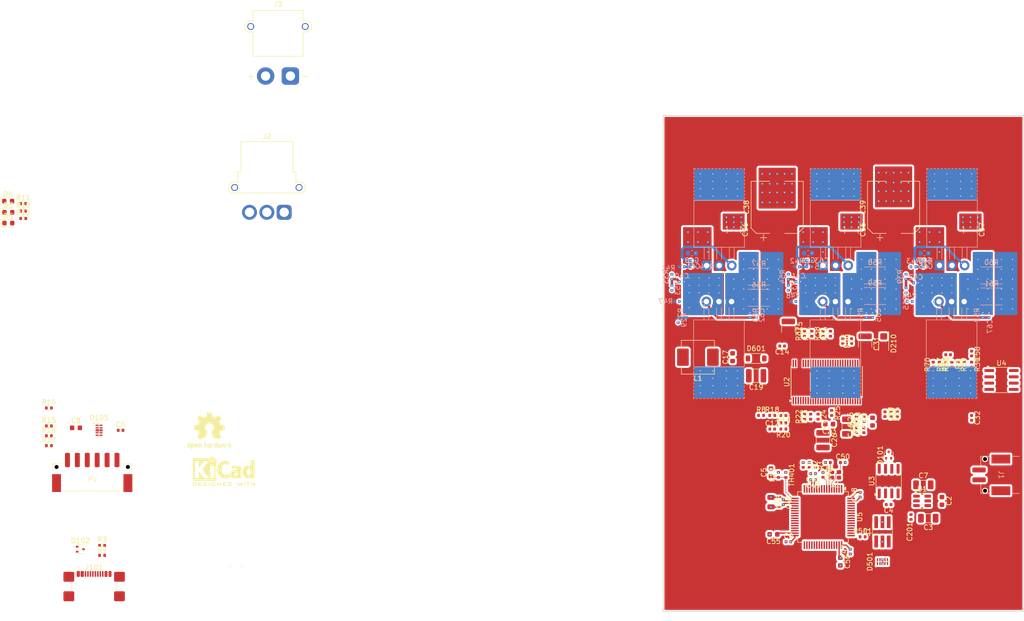
<source format=kicad_pcb>
(kicad_pcb (version 20241229) (generator "pcbnew") (generator_version "9.0")
  (layers (0 "F.Cu" mixed) (4 "In1.Cu" power) (6 "In2.Cu" mixed) (8 "In3.Cu" mixed) (10 "In4.Cu" power) (2 "B.Cu" signal) (13 "F.Paste" user) (15 "B.Paste" user) (5 "F.SilkS" user "F.Silkscreen") (7 "B.SilkS" user "B.Silkscreen") (1 "F.Mask" user) (3 "B.Mask" user) (25 "Edge.Cuts" user))
  (net 0 "")
  (net 1 "/MCU/AN_IN")
  (net 2 "Net-(U1-CP+)")
  (net 3 "Net-(U1-CP-)")
  (net 4 "VCC")
  (net 5 "Net-(U1-VOUT)")
  (net 6 "/MCU/ADC_TEMP")
  (net 7 "/Filters/TEMP_IN")
  (net 8 "Net-(C12-Pad2)")
  (net 9 "Net-(U2-COMP)")
  (net 10 "Net-(U2-SS_TR)")
  (net 11 "V_SUPPLY")
  (net 12 "/MCU/BR_SO1")
  (net 13 "Net-(U2-BST_BK)")
  (net 14 "Net-(D601-K)")
  (net 15 "Net-(U2-BST_A)")
  (net 16 "/Mosfet driver/H1_VS")
  (net 17 "Net-(U2-CP2)")
  (net 18 "Net-(U2-CP1)")
  (net 19 "/Mosfet driver/H2_VS")
  (net 20 "Net-(U2-BST_B)")
  (net 21 "Net-(U2-GVDD)")
  (net 22 "Net-(U2-BST_C)")
  (net 23 "/Mosfet driver/H3_VS")
  (net 24 "Net-(U2-DVDD)")
  (net 25 "GND")
  (net 26 "SNA")
  (net 27 "Net-(U2-AVDD)")
  (net 28 "SNB")
  (net 29 "SNC")
  (net 30 "Net-(C40-Pad2)")
  (net 31 "Net-(C41-Pad2)")
  (net 32 "Net-(C42-Pad2)")
  (net 33 "Net-(U5-PH0-OSC_IN)")
  (net 34 "Net-(U5-PH1-OSC_OUT)")
  (net 35 "NRST")
  (net 36 "Net-(U5-VCAP1)")
  (net 37 "Net-(U5-VCAP2)")
  (net 38 "/MCU/BR_SO2")
  (net 39 "/MCU/BR_SO3")
  (net 40 "Net-(Q1-G)")
  (net 41 "Net-(Q4-G)")
  (net 42 "Net-(Q2-G)")
  (net 43 "Net-(Q5-G)")
  (net 44 "Net-(Q3-G)")
  (net 45 "Net-(Q6-G)")
  (net 46 "Net-(D3-A)")
  (net 47 "Net-(D4-A)")
  (net 48 "Net-(D5-A)")
  (net 49 "/CAN bus transceiver/CANL")
  (net 50 "/CAN bus transceiver/CANH")
  (net 51 "Net-(D102-Pad2)")
  (net 52 "Net-(D102-Pad1)")
  (net 53 "/Filters/HALL2_IN")
  (net 54 "/HALL3")
  (net 55 "/Filters/HALL1_IN")
  (net 56 "SWDIO")
  (net 57 "SWCLK")
  (net 58 "PB3")
  (net 67 "/MCU/USB_DM")
  (net 68 "/MCU/USB_DP")
  (net 69 "Net-(R6-Pad2)")
  (net 70 "Net-(R30-Pad2)")
  (net 71 "Net-(U2-VSENSE)")
  (net 72 "/MCU/LED_RED")
  (net 73 "/MCU/LED_GREEN")
  (net 74 "Net-(U2-RT_CLK)")
  (net 75 "/MCU/FAULT")
  (net 76 "Net-(U2-DTC)")
  (net 77 "/MCU/SDO")
  (net 78 "/MCU/EN_GATE")
  (net 79 "Net-(U2-S01)")
  (net 80 "/MCU/SENS1")
  (net 81 "Net-(U2-S02)")
  (net 82 "/MCU/SENS2")
  (net 83 "/MCU/SENS3")
  (net 84 "/Mosfet driver/GH_A")
  (net 85 "/Mosfet driver/GH_B")
  (net 86 "/Mosfet driver/GH_C")
  (net 87 "/Mosfet driver/GL_A")
  (net 88 "/Mosfet driver/GL_B")
  (net 89 "/Mosfet driver/GL_C")
  (net 90 "Net-(R70-Pad2)")
  (net 91 "/MCU/H3")
  (net 93 "/MCU/L2")
  (net 94 "/MCU/L3")
  (net 96 "/MCU/SLCK")
  (net 97 "/MCU/H2")
  (net 98 "/MCU/L1")
  (net 99 "/MCU/H1")
  (net 101 "/MCU/SDI")
  (net 103 "/MCU/CS")
  (net 104 "/CAN bus transceiver/CAN_RX")
  (net 105 "/CAN bus transceiver/CAN_TX")
  (net 106 "PC5")
  (net 107 "/MCU/TX_SCL_MOSI")
  (net 108 "PC13")
  (net 109 "PB4")
  (net 110 "/MCU/RX_SDA_NSS")
  (net 111 "PB2")
  (net 112 "PC14")
  (net 113 "/MCU/SCK_ADC_EXT")
  (net 114 "/MCU/SERVO")
  (net 115 "/MCU/MISO_ADC_EXT2")
  (net 116 "PD2")
  (net 117 "PC15")
  (net 118 "PB12")
  (net 119 "PA15")
  (net 120 "Net-(U4B-+)")
  (net 121 "Net-(U4A--)")
  (net 122 "Net-(U4A-+)")
  (net 123 "Net-(U4B--)")
  (footprint "Symbol:KiCad-Logo2_5mm_SilkScreen" (layer "F.Cu") (at 18.58687 121.737424)
    (property "Reference" "H9" (hide yes))
    (property "Value" "KiCAD Logo" (hide yes))
  )
  (footprint "Resistor_SMD:R_0402_1005Metric" (layer "F.Cu") (at 141 94 90)
    (property "Reference" "R36")
    (property "Value" "47k")
  )
  (footprint "Package_SO:HTSSOP-56-1EP_6.1x14mm_P0.5mm_EP3.61x6.35mm" (layer "F.Cu") (at 140.25 103.75 90)
    (property "Reference" "U2")
    (property "Value" "DRV8301")
  )
  (footprint "Resistor_SMD:R_0402_1005Metric" (layer "F.Cu") (at 137 110.75 90)
    (property "Reference" "R23")
    (property "Value" "10k")
  )
  (footprint "Resistor_SMD:R_0402_1005Metric" (layer "F.Cu") (at -16.74 114.61)
    (property "Reference" "R16")
    (property "Value" "2k2")
  )
  (footprint "Bluesat:M2.5" (layer "F.Cu") (at 21.055 141.995)
    (property "Reference" "H13")
    (property "Value" "MountingHole")
  )
  (footprint "Resistor_SMD:R_0402_1005Metric" (layer "F.Cu") (at 168 100.25 90)
    (property "Reference" "R6")
    (property "Value" "10k")
  )
  (footprint "Bluesat:M2.5" (layer "F.Cu") (at 13.655 138.295)
    (property "Reference" "H1")
    (property "Value" "MountingHole")
  )
  (footprint "Package_SO:SOIC-8_3.9x4.9mm_P1.27mm" (layer "F.Cu") (at 152.75 123.75 90)
    (property "Reference" "U3")
    (property "Value" "TCAN1462V")
  )
  (footprint "Resistor_SMD:R_0402_1005Metric" (layer "F.Cu") (at -16.74 112.62)
    (property "Reference" "R15")
    (property "Value" "2k2")
  )
  (footprint "Capacitor_SMD:C_0402_1005Metric" (layer "F.Cu") (at 129.25 113.25)
    (property "Reference" "C12")
    (property "Value" "10n")
  )
  (footprint "Capacitor_SMD:C_0402_1005Metric" (layer "F.Cu") (at 152 110.25 -90)
    (property "Reference" "C59")
    (property "Value" "100n")
  )
  (footprint "Capacitor_SMD:C_0402_1005Metric" (layer "F.Cu") (at 137.5 122.25 180)
    (property "Reference" "C53")
    (property "Value" "220n")
  )
  (footprint "Bluesat:M2.5" (layer "F.Cu") (at 17.355 141.995)
    (property "Reference" "H6")
    (property "Value" "MountingHole")
  )
  (footprint "Resistor_SMD:R_0402_1005Metric" (layer "F.Cu") (at -21.925 67.75)
    (property "Reference" "R11")
    (property "Value" "470R")
  )
  (footprint "Capacitor_SMD:C_0603_1608Metric" (layer "F.Cu") (at 129 122.01 90)
    (property "Reference" "C5")
    (property "Value" "2u2")
  )
  (footprint "Inductor_SMD:L_Changjiang_FXL0630" (layer "F.Cu") (at 114.25 98.75 180)
    (property "Reference" "L1")
    (property "Value" "47u")
  )
  (footprint "Package_DFN_QFN:Diodes_UDFN-10_1.0x2.5mm_P0.5mm" (layer "F.Cu") (at -6.6125 113.5)
    (property "Reference" "D105")
    (property "Value" "3V3")
  )
  (footprint "Resistor_SMD:R_0402_1005Metric" (layer "F.Cu") (at 137.25 94 90)
    (property "Reference" "R31")
    (property "Value" "47k")
  )
  (footprint "Capacitor_SMD:C_1210_3225Metric" (layer "F.Cu") (at 126 102.5 180)
    (property "Reference" "C19")
    (property "Value" "22u")
  )
  (footprint "Resistor_SMD:R_0402_1005Metric" (layer "F.Cu") (at 154.5 110.25 90)
    (property "Reference" "R34")
    (property "Value" "10k")
  )
  (footprint "Bluesat:BM06B-PASK" (layer "F.Cu") (at -8 119.5)
    (property "Reference" "P4")
    (property "Value" "HALL/Encoder")
  )
  (footprint "Capacitor_SMD:C_0402_1005Metric" (layer "F.Cu") (at 157.25 131 -90)
    (property "Reference" "C201")
    (property "Value" "220n")
  )
  (footprint "Connector_AMASS:AMASS_XT30PW-M_1x02_P2.50mm_Horizontal" (layer "F.Cu") (at 32 42)
    (property "Reference" "J3")
    (property "Value" "Conn_01x02")
  )
  (footprint "Capacitor_SMD:C_0402_1005Metric" (layer "F.Cu") (at 143.5 120)
    (property "Reference" "C50")
    (property "Value" "10p")
  )
  (footprint "LED_SMD:LED_0603_1608Metric" (layer "F.Cu") (at -24.925 69.5)
    (property "Reference" "D3")
    (property "Value" "RED")
  )
  (footprint "Capacitor_SMD:C_0402_1005Metric" (layer "F.Cu") (at 145.25 95.5 90)
    (property "Reference" "C33")
    (property "Value" "1n")
  )
  (footprint "Resistor_SMD:R_0402_1005Metric" (layer "F.Cu") (at 164.25 100.25 90)
    (property "Reference" "R67")
    (property "Value" "1k")
  )
  (footprint "Capacitor_SMD:C_1210_3225Metric" (layer "F.Cu") (at 169.25 73 -90)
    (property "Reference" "C37")
    (property "Value" "4u7")
  )
  (footprint "Package_DFN_QFN:Diodes_UDFN-10_1.0x2.5mm_P0.5mm" (layer "F.Cu") (at 151.5 140 90)
    (property "Reference" "D501")
    (property "Value" "3V3")
  )
  (footprint "Package_TO_SOT_SMD:SOT-523" (layer "F.Cu") (at 152.75 118.5 90)
    (property "Reference" "D101")
    (property "Value" "5V")
  )
  (footprint "LED_SMD:LED_0603_1608Metric" (layer "F.Cu") (at -24.9625 67.25)
    (property "Reference" "D4")
    (property "Value" "GRN")
  )
  (footprint "Package_TO_SOT_SMD:SOT-23-6" (layer "F.Cu") (at 159.5 127.75)
    (property "Reference" "U1")
    (property "Value" "HX4002")
  )
  (footprint "Package_QFP:LQFP-64_10x10mm_P0.5mm" (layer "F.Cu") (at 139.5 131 -90)
    (property "Reference" "U5")
    (property "Value" "STM32F405RGT6")
  )
  (footprint "Resistor_SMD:R_0402_1005Metric" (layer "F.Cu") (at -21.925 69.25)
    (property "Reference" "R10")
    (property "Value" "470R")
  )
  (footprint "Resistor_SMD:R_0402_1005Metric" (layer "F.Cu") (at -21.925 70.75)
    (property "Reference" "R12")
    (property "Value" "2k2")
  )
  (footprint "Capacitor_SMD:CP_Elec_10x10" (layer "F.Cu") (at 130.25 68.5 90)
    (property "Reference" "C38")
    (property "Value" "270u")
  )
  (footprint "Capacitor_SMD:C_0402_1005Metric" (layer "F.Cu") (at 147.75 113.5 90)
    (property "Reference" "C57")
    (property "Value" "1n")
  )
  (footprint "Resistor_SMD:R_0402_1005Metric" (layer "F.Cu") (at -6 136.75)
    (property "Reference" "R3")
    (property "Value" "22R")
  )
  (footprint "Resistor_SMD:R_0402_1005Metric" (layer "F.Cu") (at 147.5 135)
    (property "Reference" "R501")
    (property "Value" "10k")
  )
  (footprint "Package_SO:SOIC-8_3.9x4.9mm_P1.27mm" (layer "F.Cu") (at 175.525 103.345)
    (property "Reference" "U4")
    (property "Value" "TP2604-SR")
  )
  (footprint "Resistor_SMD:R_0402_1005Metric" (layer "F.Cu") (at 131.5 113.25 180)
    (property "Reference" "R20")
    (property "Value" "15k")
  )
  (footprint "Capacitor_SMD:C_0402_1005Metric" (layer "F.Cu") (at 131.5 128 -90)
    (property "Reference" "C46")
    (property "Value" "220n")
  )
  (footprint "Bluesat:M2.5" (layer "F.Cu") (at 21.055 138.295)
    (property "Reference" "H8")
    (property "Value" "MountingHole")
  )
  (footprint "Capacitor_SMD:C_0402_1005Metric" (layer "F.Cu") (at 164.75 98.25 180)
    (property "Reference" "C34")
    (property "Value" "1n")
  )
  (footprint "Capacitor_SMD:C_0603_1608Metric" (layer "F.Cu") (at 163.5 127.75 -90)
    (property "Reference" "C2")
    (property "Value" "2u2")
  )
  (footprint "Diode_SMD:D_SOD-123" (layer "F.Cu") (at 126 99)
    (property "Reference" "D601")
    (property "Value" "D_Schottky")
  )
  (footprint "Capacitor_SMD:CP_Elec_10x10" (layer "F.Cu") (at 153.75 68.5 90)
    (property "Reference" "C39")
    (property "Value" "270u")
  )
  (footprint "Resistor_SMD:R_0402_1005Metric" (layer "F.Cu") (at 147.75 111.25 90)
    (property "Reference" "R28")
    (property "Value" "1k")
  )
  (footprint "Resistor_SMD:R_0402_1005Metric" (layer "F.Cu") (at 129.25 110.5)
    (property "Reference" "R18")
    (property "Value" "4k7")
  )
  (footprint "Capacitor_SMD:C_0603_1608Metric" (layer "F.Cu") (at 149.5 111.75 90)
    (property "Reference" "C30")
    (property "Value" "2u2")
  )
  (footprint "Capacitor_SMD:C_0603_1608Metric" (layer "F.Cu") (at 129.5 134.5 180)
    (property "Reference" "C55")
    (property "Value" "2u2")
  )
  (footprint "Capacitor_SMD:C_0402_1005Metric" (layer "F.Cu") (at 131.25 96.5 180)
    (property "Reference" "C14")
    (property "Value" "10n")
  )
  (footprint "Resistor_SMD:R_0402_1005Metric" (layer "F.Cu") (at 135.75 110.75 90)
    (property "Reference" "R22")
    (property "Value" "10k")
  )
  (footprint "Resistor_SMD:R_0402_1005Metric" (layer "F.Cu") (at 165.5 100.25 90)
    (property "Reference" "R66")
    (property "Value" "1k")
  )
  (footprint "Capacitor_SMD:C_0402_1005Metric" (layer "F.Cu") (at 169.5 111 -90)
    (property "Reference" "C32")
    (property "Value" "220n")
  )
  (footprint "Capacitor_SMD:C_1206_3216Metric" (layer "F.Cu") (at 160.75 131.25 180)
    (property "Reference" "C3")
    (property "Value" "10u")
  )
  (footprint "Resistor_SMD:R_0402_1005Metric" (layer "F.Cu") (at 141.25 110 -90)
    (property "Reference" "R25")
    (property "Value" "2k2")
  )
  (footprint "Symbol:OSHW-Logo2_9.8x8mm_SilkScreen" (layer "F.Cu") (at 15.646154 113.572308)
    (property "Reference" "H4" (hide yes))
    (property "Value" "Open Hardware Logo" (hide yes))
  )
  (footprint "Capacitor_SMD:C_0603_1608Metric" (layer "F.Cu") (at -11.275 113)
    (property "Reference" "C8")
    (property "Value" "2u2")
  )
  (footprint "Capacitor_SMD:C_1210_3225Metric" (layer "F.Cu") (at 121.5 73 -90)
    (property "Reference" "C36")
    (property "Value" "4u7")
  )
  (footprint "Resistor_SMD:R_0402_1005Metric" (layer "F.Cu") (at 138.5 110.75 -90)
    (property "Reference" "R24")
    (property "Value" "1k")
  )
  (footprint "Resistor_SMD:R_0402_1005Metric" (layer "F.Cu") (at 139.5 94 90)
    (property "Reference" "R38")
    (property "Value" "2k2")
  )
  (footprint "Connector_PinHeader_1.27mm:PinHeader_2x03_P1.27mm_Vertical_SMD" (layer "F.Cu") (at 151.5 134 90)
    (property "Reference" "J7")
    (property "Value" "Conn_02x03_Odd_Even")
  )
  (footprint "Capacitor_SMD:C_0402_1005Metric" (layer "F.Cu") (at 147 126.5 90)
    (property "Reference" "C48")
    (property "Value" "220n")
  )
  (footprint "Resistor_SMD:R_0402_1005Metric" (layer "F.Cu") (at 166.75 100.25 -90)
    (property "Reference" "R69")
    (property "Value" "10k")
  )
  (footprint "Resistor_SMD:R_0402_1005Metric" (layer "F.Cu") (at 135.75 94 90)
    (property "Reference" "R32")
    (property "Value" "2k2")
  )
  (footprint "Capacitor_SMD:C_0402_1005Metric" (layer "F.Cu") (at 152.75 128.5 180)
    (property "Reference" "C4")
    (property "Value" "220n")
  )
  (footprint "Capacitor_SMD:C_0402_1005Metric" (layer "F.Cu") (at 146.25 113.5 90)
    (property "Reference" "C16")
    (property "Value" "1n")
  )
  (footprint "Resistor_SMD:R_0402_1005Metric" (layer "F.Cu") (at 153.25 110.25 -90)
    (property "Reference" "R35")
    (property "Value" "10k")
  )
  (footprint "Capacitor_SMD:C_1210_3225Metric" (layer "F.Cu") (at 132.5 93 -90)
    (property "Reference" "C15")
    (property "Value" "4u7")
  )
  (footprint "Crystal:Crystal_SMD_2016-4Pin_2.0x1.6mm" (layer "F.Cu") (at 142 122.5 180)
    (property "Reference" "X1")
    (property "Value" "24MHz")
  )
  (footprint "Resistor_SMD:R_0402_1005Metric" (layer "F.Cu") (at 138 120.5 -90)
    (property "Reference" "R1")
    (property "Value" "220k")
  )
  (footprint "Capacitor_SMD:C_1206_3216Metric" (layer "F.Cu") (at 144.25 112.75 -90)
    (property "Reference" "C28")
    (property "Value" "2u2")
  )
  (footprint "Capacitor_SMD:C_0603_1608Metric" (layer "F.Cu") (at 143 140 -90)
    (property "Reference" "C56")
    (property "Value" "2u2")
  )
  (footprint "Resistor_SMD:R_0402_1005Metric" (layer "F.Cu") (at -16.74 109)
    (property "Reference" "R14")
    (property "Value" "10k")
  )
  (footprint "LED_SMD:LED_0603_1608Metric" (layer "F.Cu") (at -24.925 71.68)
    (property "Reference" "D5")
    (property "Value" "BLU")
  )
  (footprint "Diode_SMD:D_SMF" (layer "F.Cu") (at 151.75 96 -90)
    (property "Reference" "D210")
    (property "Value" "30V")
  )
  (footprint "Capacitor_SMD:C_0402_1005Metric" (layer "F.Cu") (at 132.52 136)
    (property "Reference" "C9")
    (property "Value" "220n")
  )
  (footprint "Resistor_SMD:R_0402_1005Metric" (layer "F.Cu") (at 169.5 100.25 -90)
    (property "Reference" "R30")
    (property "Value" "1k")
  )
  (footprint "Resistor_SMD:R_0402_1005Metric" (layer "F.Cu") (at 136.75 120.5 -90)
    (property "Reference" "R2")
    (property "Value" "10k")
  )
  (footprint "Resistor_SMD:R_0402_1005Metric" (layer "F.Cu") (at 163 100.25 -90)
    (property "Reference" "R73")
    (property "Value" "10k")
  )
  (footprint "Capacitor_SMD:C_1210_3225Metric" (layer "F.Cu") (at 148 96 -90)
    (property "Reference" "C31")
    (property "Value" "4u7")
  )
  (footprint "Capacitor_SMD:C_0402_1005Metric" (layer "F.Cu") (at 135.5 120.5 -90)
    (property "Reference" "C1")
    (property "Value" "33n")
  )
  (footprint "Connector_AMASS:AMASS_MR30PW-FB_1x03_P3.50mm_Horizontal" (layer "F.Cu") (at 30.75 69.5)
    (property "Reference" "J2")
    (property "Value" "Conn_01x03")
  )
  (footprint "Capacitor_SMD:C_1210_3225Metric" (layer "F.Cu") (at 145.25 73 -90)
    (property "Reference" "C35")
    (property "Value" "4u7")
  )
  (footprint "Bluesat:M2.5" (layer "F.Cu") (at 13.655 141.995)
    (property "Reference" "H2")
    (property "Value" "MountingHole")
  )
  (footprint "Capacitor_SMD:C_0402_1005Metric" (layer "F.Cu") (at 131.5 112)
    (property "Reference" "C13")
    (property "Value" "100p")
  )
  (footprint "Resistor_SMD:R_0402_1005Metric" (layer "F.Cu") (at 146.25 111.25 90)
    (property "Reference" "R26")
    (property "Value" "1k")
  )
  (footprint "Capacitor_SMD:C_0402_1005Metric" (layer "F.Cu") (at 139.5 122.5 -90)
    (property "Reference" "C52")
    (property "Value" "100n")
  )
  (footprint "Capacitor_SMD:C_0603_1608Metric" (layer "F.Cu") (at 121.25 98.75 90)
    (property "Reference" "C17")
    (property "Value" "100n")
  )
  (footprint "Capacitor_SMD:C_0402_1005Metric" (layer "F.Cu") (at 145 138 90)
    (property "Reference" "C47")
    (property "Value" "220n")
  )
  (footprint "Connector_USB:USB_C_Receptacle_GCT_USB4110" (layer "F.Cu") (at -7.61 146.175)
    (property "Reference" "J101")
    (property "Value" "USB_C_Receptacle_USB2.0_16P")
  )
  (footprint "Resistor_SMD:R_0402_1005Metric" (layer "F.Cu") (at -6 138.74)
    (property "Reference" "R4")
    (property "Value" "22R")
  )
  (footprint "Capacitor_SMD:C_0402_1005Metric" (layer "F.Cu") (at 169.5 98 -90)
    (property "Reference" "C58")
    (property "Value" "1n")
  )
  (footprint "Resistor_SMD:R_0402_1005Metric" (layer "F.Cu") (at 161.75 100.25 90)
    (property "Reference" "R70")
    (property "Value" "10k")
  )
  (footprint "Resistor_SMD:R_0402_1005Metric" (layer "F.Cu") (at -16.74 116.6)
    (property "Reference" "R17")
    (property "Value" "2k2")
  )
  (footprint "Capacitor_SMD:C_0402_1005Metric" (layer "F.Cu") (at 143.5 95.5 -90)
    (property "Reference" "C29")
    (property "Value" "1n")
  )
  (footprint "Bluesat:M2.5" (layer "F.Cu") (at 17.355 138.295)
    (property "Reference" "H5")
    (property "Value" "MountingHole")
  )
  (footprint "Capacitor_SMD:C_0603_1608Metric" (layer "F.Cu") (at 140.75 112.25 180)
    (property "Reference" "C23")
    (property "Value" "33n")
  )
  (footprint "Package_TO_SOT_SMD:SOT-523" (layer "F.Cu") (at -10.395 137.5)
    (property "Reference" "D102")
    (property "Value" "5V")
  )
  (footprint "Resistor_SMD:R_0402_1005Metric" (layer "F.Cu") (at 131.5 110.5 180)
    (property "Reference" "R19")
    (property "Value" "220k")
  )
  (footprint "Resistor_SMD:R_0402_1005Metric" (layer "F.Cu") (at 130.5 122.5 90)
    (property "Reference" "R13")
    (property "Value" "10k")
  )
  (footprint "Bluesat:SM02B-PASS" (layer "F.Cu") (at 179.6 122.5 -90)
    (property "Reference" "J1")
    (property "Value" "Conn_01x02")
  )
  (footprint "Capacitor_SMD:C_0805_2012Metric" (layer "F.Cu") (at 129 128 -90)
    (property "Reference" "C45")
    (property "Value" "4u7")
  )
  (footprint "Capacitor_SMD:C_1206_3216Metric" (layer "F.Cu") (at 159.75 124.5)
    (property "Reference" "C7")
    (property "Value" "10u")
  )
  (footprint "Capacitor_SMD:C_0402_1005Metric" (layer "F.Cu") (at -2.27 113.5)
    (property "Reference" "C6")
    (property "Value" "100n")
  )
  (footprint "Capacitor_SMD:C_0402_1005Metric" (layer "F.Cu") (at 140.5 120 180)
    (property "Reference" "C51")
    (property "Value" "10p")
  )
  (footprint "Resistor_SMD:R_0402_1005Metric" (layer "F.Cu") (at 127 110.5)
    (property "Reference" "R8")
    (property "Value" "15k")
  )
  (footprint "Resistor_SMD:R_0402_1005Metric" (layer "F.Cu") (at 132 122.51 -90)
    (property "Reference" "TH401")
    (property "Value" "10k")
  )
  (footprint "Capacitor_SMD:C_0402_1005Metric" (layer "F.Cu") (at 137.5 123.5 180)
    (property "Reference" "C49")
    (property "Value" "220n")
  )
  (footprint "Capacitor_SMD:C_1210_3225Metric" (layer "F.Cu") (at 139.5 115.5 -90)
    (property "Reference" "C26")
    (property "Value" "4u7")
  )
  (footprint "Capacitor_SMD:C_0402_1005Metric" (layer "B.Cu") (at 160.25 79.25)
    (property "Reference" "C66")
    (property "Value" "1n")
  )
  (footprint "Resistor_SMD:R_0402_1005Metric" (layer "B.Cu") (at 133.5 87.5 180)
    (property "Reference" "R48")
    (property "Value" "10R")
  )
  (footprint "Bluesat:TO-220-3-heatsink-pad-tabdown" (layer "B.Cu") (at 170.5675 101.65 180)
    (property "Reference" "Q6" (hide yes))
    (property "Value" "NCEP60T20" (hide yes))
  )
  (footprint "Capacitor_SMD:C_0402_1005Metric" (layer "B.Cu") (at 113.2925 79.25)
    (property "Reference" "C61")
    (property "Value" "1n")
  )
  (footprint "Resistor_SMD:R_2512_6332Metric" (layer "B.Cu") (at 173.5 82.25 180)
    (property "Reference" "R60")
    (property "Value" "1m")
  )
  (footprint "Resistor_SMD:R_0402_1005Metric" (layer "B.Cu") (at 157 87.5 180)
    (property "Reference" "R49")
    (property "Value" "10R")
  )
  (footprint "Bluesat:TO-220-3-heatsink-pad-tabdown" (layer "B.Cu") (at 136.9325 66.1)
    (property "Reference" "Q2" (hide yes))
    (property "Value" "NCEP60T20" (hide yes))
  )
  (footprint "Resistor_SMD:R_0402_1005Metric" (layer "B.Cu") (at 134.25 80.5 180)
    (property "Reference" "R42")
    (property "Value" "10R")
  )
  (footprint "Resistor_SMD:R_0402_1005Metric" (layer "B.Cu") (at 111.940868 90.25 -90)
    (property "Reference" "R27")
    (property "Value" "47k")
  )
  (footprint "Resistor_SMD:R_0402_1005Metric" (layer "B.Cu") (at 109 82.51 -90)
    (property "Reference" "R33")
    (property "Value" "10R")
  )
  (footprint "Resistor_SMD:R_2512_6332Metric" (layer "B.Cu") (at 173.5 86.5 180)
    (property "Reference" "R61")
    (property "Value" "1m")
  )
  (footprint "Capacitor_SMD:C_0603_1608Metric" (layer "B.Cu") (at 160 77.75)
    (property "Reference" "C27")
    (property "Value" "330n")
  )
  (footprint "Resistor_SMD:R_0402_1005Metric" (layer "B.Cu") (at 156.25 85.25 90)
    (property "Reference" "R55")
    (property "Value" "10R")
  )
  (footprint "Resistor_SMD:R_2512_6332Metric" (layer "B.Cu") (at 150 86.41 180)
    (property "Reference" "R59")
    (property "Value" "1m")
  )
  (footprint "Capacitor_SMD:C_0603_1608Metric" (layer "B.Cu") (at 113.0425 77.75)
    (property "Reference" "C18")
    (property "Value" "330n")
  )
  (footprint "Resistor_SMD:R_0402_1005Metric" (layer "B.Cu") (at 113.2925 80.5)
    (property "Reference" "R44")
    (property "Value" "4k7")
  )
  (footprint "Resistor_SMD:R_0402_1005Metric" (layer "B.Cu") (at 109 84.76 90)
    (property "Reference" "R53")
    (property "Value" "10R")
  )
  (footprint "Resistor_SMD:R_2512_6332Metric" (layer "B.Cu") (at 150 82.25 180)
    (property "Reference" "R58")
    (property "Value" "1m")
  )
  (footprint "Resistor_SMD:R_0402_1005Metric" (layer "B.Cu") (at 132.5 82.5 -90)
    (property "Reference" "R54")
    (property "Value" "10R")
  )
  (footprint "Bluesat:TO-220-3-heatsink-pad-tabdown" (layer "B.Cu") (at 123.61 101.65 180)
    (property "Reference" "Q4" (hide yes))
    (property "Value" "NCEP60T20" (hide yes))
  )
  (footprint "Resistor_SMD:R_0402_1005Metric" (layer "B.Cu") (at 124.75 90.25 90)
    (property "Reference" "R50")
    (property "Value" "4k7")
  )
  (footprint "Capacitor_SMD:C_0402_1005Metric" (layer "B.Cu") (at 134.5 83.5 180)
    (property "Reference" "C41")
    (property "Value" "3n3")
  )
  (footprint "Capacitor_SMD:C_0603_1608Metric" (layer "B.Cu") (at 136.5 77.75)
    (property "Reference" "C24")
    (property "Value" "330n")
  )
  (footprint "Resistor_SMD:R_0402_1005Metric" (layer "B.Cu") (at 156.25 82.5 -90)
    (property "Reference" "R39")
    (property "Value" "10R")
  )
  (footprint "Resistor_SMD:R_0402_1005Metric" (layer "B.Cu") (at 132.5 84.75 90)
    (property "Reference" "R37")
    (property "Value" "10R")
  )
  (footprint "Bluesat:TO-220-3-heatsink-pad-tabdown" (layer "B.Cu") (at 113.4325 66.12)
    (property "Reference" "Q1" (hide yes))
    (property "Value" "NCEP60T20" (hide yes))
  )
  (footprint "Resistor_SMD:R_0402_1005Metric" (layer "B.Cu") (at 136.75 80.5 180)
    (property "Reference" "R45")
    (property "Value" "4k7")
  )
  (footprint "Resistor_SMD:R_2512_6332Metric" (layer "B.Cu") (at 126.5425 82.5 180)
    (property "Reference" "R57")
    (property "Value" "1m")
  )
  (footprint "Resistor_SMD:R_0402_1005Metric" (layer "B.Cu") (at 111 80.5 180)
    (property "Reference" "R41")
    (property "Value" "10R")
  )
  (footprint "Bluesat:TO-220-3-heatsink-pad-tabdown" (layer "B.Cu") (at 160.4325 66.1)
    (property "Reference" "Q3" (hide yes))
    (property "Value" "NCEP60T20" (hide yes))
  )
  (footprint "Resistor_SMD:R_0402_1005Metric" (layer "B.Cu") (at 157.75 80.5 180)
    (property "Reference" "R43")
    (property "Value" "10R")
  )
  (footprint "Bluesat:TO-220-3-heatsink-pad-tabdown" (layer "B.Cu") (at 147.11 101.65 180)
    (property "Reference" "Q5" (hide yes))
    (property "Value" "NCEP60T20" (hide yes))
  )
  (footprint "Capacitor_SMD:C_0402_1005Metric" (layer "B.Cu") (at 158.25 83.75 180)
    (property "Reference" "C42")
    (property "Value" "3n3")
  )
  (footprint "Resistor_SMD:R_0402_1005Metric" (layer "B.Cu") (at 171.75 90.25 -90)
    (property "Reference" "R52")
    (property "Value" "4k7")
  )
  (footprint "Capacitor_SMD:C_0402_1005Metric" (layer "B.Cu") (at 126 90.25 90)
    (property "Reference" "C62")
    (property "Value" "1n")
  )
  (footprint "Resistor_SMD:R_0402_1005Metric" (layer "B.Cu") (at 160.25 80.5 180)
    (property "Reference" "R46")
    (property "Value" "4k7")
  )
  (footprint "Resistor_SMD:R_0402_1005Metric" (layer "B.Cu") (at 110 87.5 180)
    (property "Reference" "R47")
    (property "Value" "10R")
  )
  (footprint "Resistor_SMD:R_0402_1005Metric" (layer "B.Cu") (at 110.25 91.25 90)
    (property "Reference" "R29")
    (property "Value" "2k2")
  )
  (footprint "Capacitor_SMD:C_0402_1005Metric" (layer "B.Cu") (at 149.5 90.23 90)
    (property "Reference" "C65")
    (property "Value" "1n")
  )
  (footprint "Capacitor_SMD:C_0402_1005Metric" (layer "B.Cu") (at 111 83.51 180)
    (property "Reference" "C40")
    (property "Value" "3n3")
  )
  (footprint "Resistor_SMD:R_2512_6332Metric" (layer "B.Cu") (at 126.5425 86.75 180)
    (property "Reference" "R56")
    (property "Value" "1m")
  )
  (footprint "Resistor_SMD:R_0402_1005Metric" (layer "B.Cu") (at 148.25 90.25 -90)
    (property "Reference" "R51")
    (property "Value" "4k7")
  )
  (footprint "Capacitor_SMD:C_0402_1005Metric" (layer "B.Cu") (at 173 90.25 90)
    (property "Reference" "C67")
    (property "Value" "1n")
  )
  (footprint "Capacitor_SMD:C_0402_1005Metric" (layer "B.Cu") (at 136.75 79.25)
    (property "Reference" "C63")
    (property "Value" "1n")
  )
  (gr_rect (start 107.25 50) (end 180 150) (stroke (width 0.15)) (fill no) (layer "Edge.Cuts"))
  (segment (start 129 129) (end 131 129) (width 0.25) (layer "F.Cu") (net 4))
  (segment (start 131.5 128.5) (end 131.75 128.25) (width 0.25) (layer "F.Cu") (net 4))
  (segment (start 137.25 123.75) (end 137 123.5) (width 0.25) (layer "F.Cu") (net 4))
  (segment (start 146.425 126) (end 147 126) (width 0.25) (layer "F.Cu") (net 4))
  (segment (start 133.825 134.75) (end 133.825 135.175) (width 0.25) (layer "F.Cu") (net 4))
  (segment (start 143.25 136.675) (end 144.175 136.675) (width 0.25) (layer "F.Cu") (net 4))
  (segment (start 131 129) (end 131.5 128.5) (width 0.25) (layer "F.Cu") (net 4))
  (segment (start 133.825 135.175) (end 133 136) (width 0.25) (layer "F.Cu") (net 4))
  (segment (start 137.25 125.325) (end 137.25 123.75) (width 0.25) (layer "F.Cu") (net 4))
  (segment (start 145.175 127.25) (end 146.425 126) (width 0.25) (layer "F.Cu") (net 4))
  (segment (start 144.175 136.675) (end 145 137.5) (width 0.25) (layer "F.Cu") (net 4))
  (segment (start 131.75 128.25) (end 133.75 128.25) (width 0.25) (layer "F.Cu") (net 4))
  (via (at 131.5 128.5) (size 0.45) (drill 0.2) (layers "F.Cu" "B.Cu") (net 4))
  (via (at 145 137.5) (size 0.45) (drill 0.2) (layers "F.Cu" "B.Cu") (net 4))
  (via (at 133 136) (size 0.45) (drill 0.2) (layers "F.Cu" "B.Cu") (net 4))
  (via (at 137 123.5) (size 0.45) (drill 0.2) (layers "F.Cu" "B.Cu") (net 4))
  (via (at 147 126) (size 0.45) (drill 0.2) (layers "F.Cu" "B.Cu") (net 4))
  (via (at 151.5 132) (size 0.45) (drill 0.2) (layers "F.Cu" "B.Cu") (net 4))
  (via (at 132 122) (size 0.45) (drill 0.2) (layers "F.Cu" "B.Cu") (net 4))
  (via (at 137 122.25) (size 0.45) (drill 0.2) (layers "F.Cu" "B.Cu") (net 4))
  (via (at 129 129) (size 0.45) (drill 0.2) (layers "F.Cu" "B.Cu") (net 4))
  (segment (start 133.25 127.25) (end 132 126) (width 0.095) (layer "F.Cu") (net 6))
  (segment (start 129.25 123) (end 129 122.75) (width 0.095) (layer "F.Cu") (net 6))
  (segment (start 133.825 127.25) (end 133.25 127.25) (width 0.095) (layer "F.Cu") (net 6))
  (segment (start 132 123) (end 130.5 123) (width 0.095) (layer "F.Cu") (net 6))
  (segment (start 132 126) (end 132 123) (width 0.095) (layer "F.Cu") (net 6))
  (segment (start 130.5 123) (end 129.25 123) (width 0.095) (layer "F.Cu") (net 6))
  (via (at 138 120) (size 0.45) (drill 0.2) (layers "F.Cu" "B.Cu") (net 11))
  (via (at 114.5 82.75) (size 0.45) (drill 0.2) (layers "F.Cu" "B.Cu") (net 16))
  (via (at 114.5 84.25) (size 0.45) (drill 0.2) (layers "F.Cu" "B.Cu") (net 16))
  (via (at 116.25 73.5) (size 0.45) (drill 0.2) (layers "F.Cu" "B.Cu") (net 16))
  (via (at 112.5 82.75) (size 0.45) (drill 0.2) (layers "F.Cu" "B.Cu") (net 16))
  (via (at 118.5 82.75) (size 0.45) (drill 0.2) (layers "F.Cu" "B.Cu") (net 16))
  (via (at 114.25 75.5) (size 0.45) (drill 0.2) (layers "F.Cu" "B.Cu") (net 16))
  (via (at 112.5 85.75) (size 0.45) (drill 0.2) (layers "F.Cu" "B.Cu") (net 16))
  (via (at 111.5 83.5) (size 0.45) (drill 0.2) (layers "F.Cu" "B.Cu") (net 16))
  (via (at 118.5 84.25) (size 0.45) (drill 0.2) (layers "F.Cu" "B.Cu") (net 16))
  (via (at 116.5 82.75) (size 0.45) (drill 0.2) (layers "F.Cu" "B.Cu") (net 16))
  (via (at 113.7925 77.75) (size 0.45) (drill 0.2) (layers "F.Cu" "B.Cu") (net 16))
  (via (at 114.5 85.75) (size 0.45) (drill 0.2) (layers "F.Cu" "B.Cu") (net 16))
  (via (at 116.5 85.75) (size 0.45) (drill 0.2) (layers "F.Cu" "B.Cu") (net 16))
  (via (at 112.5 84.25) (size 0.45) (drill 0.2) (layers "F.Cu" "B.Cu") (net 16))
  (via (at 112.25 73.5) (size 0.45) (drill 0.2) (layers "F.Cu" "B.Cu") (net 16))
  (via (at 116.25 75.5) (size 0.45) (drill 0.2) (layers "F.Cu" "B.Cu") (net 16))
  (via (at 118.5 85.75) (size 0.45) (drill 0.2) (layers "F.Cu" "B.Cu") (net 16))
  (via (at 116.5 84.25) (size 0.45) (drill 0.2) (layers "F.Cu" "B.Cu") (net 16))
  (via (at 114.25 73.5) (size 0.45) (drill 0.2) (layers "F.Cu" "B.Cu") (net 16))
  (via (at 113.7925 80.5) (size 0.45) (drill 0.2) (layers "F.Cu" "B.Cu") (net 16))
  (via (at 112.25 75.5) (size 0.45) (drill 0.2) (layers "F.Cu" "B.Cu") (net 16))
  (via (at 113.7925 79.25) (size 0.45) (drill 0.2) (layers "F.Cu" "B.Cu") (net 16))
  (via (at 112.5 88.75) (size 0.45) (drill 0.2) (layers "F.Cu" "B.Cu") (net 16))
  (via (at 116.25 77.5) (size 0.45) (drill 0.2) (layers "F.Cu" "B.Cu") (net 16))
  (via (at 136 84.25) (size 0.45) (drill 0.2) (layers "F.Cu" "B.Cu") (net 19))
  (via (at 138 82.75) (size 0.45) (drill 0.2) (layers "F.Cu" "B.Cu") (net 19))
  (via (at 138 84.25) (size 0.45) (drill 0.2) (layers "F.Cu" "B.Cu") (net 19))
  (via (at 142 84.25) (size 0.45) (drill 0.2) (layers "F.Cu" "B.Cu") (net 19))
  (via (at 136 82.75) (size 0.45) (drill 0.2) (layers "F.Cu" "B.Cu") (net 19))
  (via (at 140 82.75) (size 0.45) (drill 0.2) (layers "F.Cu" "B.Cu") (net 19))
  (via (at 139.5 73.5) (size 0.45) (drill 0.2) (layers "F.Cu" "B.Cu") (net 19))
  (via (at 142 82.75) (size 0.45) (drill 0.2) (layers "F.Cu" "B.Cu") (net 19))
  (via (at 140 85.75) (size 0.45) (drill 0.2) (layers "F.Cu" "B.Cu") (net 19))
  (via (at 136.25 88.5) (size 0.45) (drill 0.2) (layers "F.Cu" "B.Cu") (net 19))
  (via (at 137.25 79.25) (size 0.45) (drill 0.2) (layers "F.Cu" "B.Cu") (net 19))
  (via (at 135 83.5) (size 0.45) (drill 0.2) (layers "F.Cu" "B.Cu") (net 19))
  (via (at 139.5 75.5) (size 0.45) (drill 0.2) (layers "F.Cu" "B.Cu") (net 19))
  (via (at 137.5 75.5) (size 0.45) (drill 0.2) (layers "F.Cu" "B.Cu") (net 19))
  (via (at 140 84.25) (size 0.45) (drill 0.2) (layers "F.Cu" "B.Cu") (net 19))
  (via (at 136 85.75) (size 0.45) (drill 0.2) (layers "F.Cu" "B.Cu") (net 19))
  (via (at 142 85.75) (size 0.45) (drill 0.2) (layers "F.Cu" "B.Cu") (net 19))
  (via (at 137.5 73.5) (size 0.45) (drill 0.2) (layers "F.Cu" "B.Cu") (net 19))
  (via (at 137.25 77.75) (size 0.45) (drill 0.2) (layers "F.Cu" "B.Cu") (net 19))
  (via (at 135.5 75.5) (size 0.45) (drill 0.2) (layers "F.Cu" "B.Cu") (net 19))
  (via (at 138 85.75) (size 0.45) (drill 0.2) (layers "F.Cu" "B.Cu") (net 19))
  (via (at 137.25 80.5) (size 0.45) (drill 0.2) (layers "F.Cu" "B.Cu") (net 19))
  (via (at 135.5 73.5) (size 0.45) (drill 0.2) (layers "F.Cu" "B.Cu") (net 19))
  (via (at 139.5 77.5) (size 0.45) (drill 0.2) (layers "F.Cu" "B.Cu") (net 19))
  (via (at 160.75 80.5) (size 0.45) (drill 0.2) (layers "F.Cu" "B.Cu") (net 23))
  (via (at 163.5 85.75) (size 0.45) (drill 0.2) (layers "F.Cu" "B.Cu") (net 23))
  (via (at 158.75 83.75) (size 0.45) (drill 0.2) (layers "F.Cu" "B.Cu") (net 23))
  (via (at 165.5 85.75) (size 0.45) (drill 0.2) (layers "F.Cu" "B.Cu") (net 23))
  (via (at 163.5 82.75) (size 0.45) (drill 0.2) (layers "F.Cu" "B.Cu") (net 23))
  (via (at 165.5 84.25) (size 0.45) (drill 0.2) (layers "F.Cu" "B.Cu") (net 23))
  (via (at 161 75.5) (size 0.45) (drill 0.2) (layers "F.Cu" "B.Cu") (net 23))
  (via (at 163 75.5) (size 0.45) (drill 0.2) (layers "F.Cu" "B.Cu") (net 23))
  (via (at 159 75.5) (size 0.45) (drill 0.2) (layers "F.Cu" "B.Cu") (net 23))
  (via (at 160.75 77.75) (size 0.45) (drill 0.2) (layers "F.Cu" "B.Cu") (net 23))
  (via (at 159.5 82.75) (size 0.45) (drill 0.2) (layers "F.Cu" "B.Cu") (net 23))
  (via (at 161.5 84.25) (size 0.45) (drill 0.2) (layers "F.Cu" "B.Cu") (net 23))
  (via (at 159.5 84.25) (size 0.45) (drill 0.2) (layers "F.Cu" "B.Cu") (net 23))
  (via (at 161.5 82.75) (size 0.45) (drill 0.2) (layers "F.Cu" "B.Cu") (net 23))
  (via (at 165.5 82.75) (size 0.45) (drill 0.2) (layers "F.Cu" "B.Cu") (net 23))
  (via (at 163 77.5) (size 0.45) (drill 0.2) (layers "F.Cu" "B.Cu") (net 23))
  (via (at 159 73.5) (size 0.45) (drill 0.2) (layers "F.Cu" "B.Cu") (net 23))
  (via (at 163 73.5) (size 0.45) (drill 0.2) (layers "F.Cu" "B.Cu") (net 23))
  (via (at 159.5 85.75) (size 0.45) (drill 0.2) (layers "F.Cu" "B.Cu") (net 23))
  (via (at 163.5 84.25) (size 0.45) (drill 0.2) (layers "F.Cu" "B.Cu") (net 23))
  (via (at 160.75 79.25) (size 0.45) (drill 0.2) (layers "F.Cu" "B.Cu") (net 23))
  (via (at 161 73.5) (size 0.45) (drill 0.2) (layers "F.Cu" "B.Cu") (net 23))
  (via (at 159.75 88.5) (size 0.45) (drill 0.2) (layers "F.Cu" "B.Cu") (net 23))
  (via (at 161.5 85.75) (size 0.45) (drill 0.2) (layers "F.Cu" "B.Cu") (net 23))
  (segment (start 137.75 123.75) (end 138 123.5) (width 0.25) (layer "F.Cu") (net 25))
  (segment (start 137.75 125.325) (end 137.75 123.75) (width 0.25) (layer "F.Cu") (net 25))
  (segment (start 146.25 127.75) (end 147 127) (width 0.25) (layer "F.Cu") (net 25))
  (segment (start 131.73 127.75) (end 133.75 127.75) (width 0.25) (layer "F.Cu") (net 25))
  (segment (start 131.5 127.52) (end 131.73 127.75) (width 0.25) (layer "F.Cu") (net 25))
  (segment (start 131 127) (end 131.5 127.5) (width 0.25) (layer "F.Cu") (net 25))
  (segment (start 129 127) (end 131 127) (width 0.25) (layer "F.Cu") (net 25))
  (segment (start 145.175 127.75) (end 146.25 127.75) (width 0.25) (layer "F.Cu") (net 25))
  (via (at 147 127) (size 0.45) (drill 0.2) (layers "F.Cu" "B.Cu") (net 25))
  (via (at 140.75 61.75) (size 0.45) (drill 0.2) (layers "F.Cu" "B.Cu") (net 25))
  (via (at 164.5 63.25) (size 0.45) (drill 0.2) (layers "F.Cu" "B.Cu") (net 25))
  (via (at 154.25 85) (size 0.45) (drill 0.2) (layers "F.Cu" "B.Cu") (net 25))
  (via (at 109 85.25) (size 0.45) (drill 0.2) (layers "F.Cu" "B.Cu") (net 25))
  (via (at 133.25 65.5) (size 0.45) (drill 0.2) (layers "F.Cu" "B.Cu") (net 25))
  (via (at 131.75 65.5) (size 0.45) (drill 0.2) (layers "F.Cu" "B.Cu") (net 25))
  (via (at 177.75 87) (size 0.45) (drill 0.2) (layers "F.Cu" "B.Cu") (net 25))
  (via (at 177.75 79) (size 0.45) (drill 0.2) (layers "F.Cu" "B.Cu") (net 25))
  (via (at 156.75 67.25) (size 0.45) (drill 0.2) (layers "F.Cu" "B.Cu") (net 25))
  (via (at 120 103) (size 0.45) (drill 0.2) (layers "F.Cu" "B.Cu") (net 25))
  (via (at 132.5 85.25) (size 0.45) (drill 0.2) (layers "F.Cu" "B.Cu") (net 25))
  (via (at 133.25 67.5) (size 0.45) (drill 0.2) (layers "F.Cu" "B.Cu") (net 25))
  (via (at 143.5 63.25) (size 0.45) (drill 0.2) (layers "F.Cu" "B.Cu") (net 25))
  (via (at 130.25 61.75) (size 0.45) (drill 0.2) (layers "F.Cu" "B.Cu") (net 25))
  (via (at 127.25 67.5) (size 0.45) (drill 0.2) (layers "F.Cu" "B.Cu") (net 25))
  (via (at 114.75 61.75) (size 0.45) (drill 0.2) (layers "F.Cu" "B.Cu") (net 25))
  (via (at 128.75 134.5) (size 0.45) (drill 0.2) (layers "F.Cu" "B.Cu") (net 25))
  (via (at 151.5 140.5) (size 0.45) (drill 0.2) (layers "F.Cu" "B.Cu") (net 25))
  (via (at 162 66.25) (size 0.45) (drill 0.2) (layers "F.Cu" "B.Cu") (net 25))
  (via (at 162 64.75) (size 0.45) (drill 0.2) (layers "F.Cu" "B.Cu") (net 25))
  (via (at 152.25 63.5) (size 0.45) (drill 0.2) (layers "F.Cu" "B.Cu") (net 25))
  (via (at 122.25 63.25) (size 0.45) (drill 0.2) (layers "F.Cu" "B.Cu") (net 25))
  (via (at 143.75 71.5) (size 0.45) (drill 0.2) (layers "F.Cu" "B.Cu") (net 25))
  (via (at 114.75 104.5) (size 0.45) (drill 0.2) (layers "F.Cu" "B.Cu") (net 25))
  (via (at 130.25 63.75) (size 0.45) (drill 0.2) (layers "F.Cu" "B.Cu") (net 25))
  (via (at 153.75 63.5) (size 0.45) (drill 0.2) (layers "F.Cu" "B.Cu") (net 25))
  (via (at 120 64.75) (size 0.45) (drill 0.2) (layers "F.Cu" "B.Cu") (net 25))
  (via (at 177.75 83) (size 0.45) (drill 0.2) (layers "F.Cu" "B.Cu") (net 25))
  (via (at 143.5 64.75) (size 0.45) (drill 0.2) (layers "F.Cu" "B.Cu") (net 25))
  (via (at 177.75 81) (size 0.45) (drill 0.2) (layers "F.Cu" "B.Cu") (net 25))
  (via (at 175.5 85) (size 0.45) (drill 0.2) (layers "F.Cu" "B.Cu") (net 25))
  (via (at 117.25 63.25) (size 0.45) (drill 0.2) (layers "F.Cu" "B.Cu") (net 25))
  (via (at 143.75 72.5) (size 0.45) (drill 0.2) (layers "F.Cu" "B.Cu") (net 25))
  (via (at 152 85) (size 0.45) (drill 0.2) (layers "F.Cu" "B.Cu") (net 25))
  (via (at 138.25 66.25) (size 0.45) (drill 0.2) (layers "F.Cu" "B.Cu") (net 25))
  (via (at 169.25 103) (size 0.45) (drill 0.2) (layers "F.Cu" "B.Cu") (net 25))
  (via (at 155.25 63.5) (size 0.45) (drill 0.2) (layers "F.Cu" "B.Cu") (net 25))
  (via (at 152 83) (size 0.45) (drill 0.2) (layers "F.Cu" "B.Cu") (net 25))
  (via (at 114.75 64.75) (size 0.45) (drill 0.2) (layers "F.Cu" "B.Cu") (net 25))
  (via (at 123 72.5) (size 0.45) (drill 0.2) (layers "F.Cu" "B.Cu") (net 25))
  (via (at 145.25 70.5) (size 0.45) (drill 0.2) (layers "F.Cu" "B.Cu") (net 25))
  (via (at 161.75 106) (size 0.45) (drill 0.2) (layers "F.Cu" "B.Cu") (net 25))
  (via (at 169.25 104.5) (size 0.45) (drill 0.2) (layers "F.Cu" "B.Cu") (net 25))
  (via (at 120 72.5) (size 0.45) (drill 0.2) (layers "F.Cu" "B.Cu") (net 25))
  (via (at 164.25 104.5) (size 0.45) (drill 0.2) (layers "F.Cu" "B.Cu") (net 25))
  (via (at 128.25 81) (size 0.45) (drill 0.2) (layers "F.Cu" "B.Cu") (net 25))
  (via (at 120 104.5) (size 0.45) (drill 0.2) (layers "F.Cu" "B.Cu") (net 25))
  (via (at 136.75 120) (size 0.45) (drill 0.2) (layers "F.Cu" "B.Cu") (net 25))
  (via (at 130.5 81) (size 0.45) (drill 0.2) (layers "F.Cu" "B.Cu") (net 25))
  (via (at 164.5 64.75) (size 0.45) (drill 0.2) (layers "F.Cu" "B.Cu") (net 25))
  (via (at 145.75 101.5) (size 0.45) (drill 0.2) (layers "F.Cu" "B.Cu") (net 25))
  (via (at 154.25 81) (size 0.45) (drill 0.2) (layers "F.Cu" "B.Cu") (net 25))
  (via (at 138 122.25) (size 0.45) (drill 0.2) (layers "F.Cu" "B.Cu") (net 25))
  (via (at 167.25 63.25) (size 0.45) (drill 0.2) (layers "F.Cu" "B.Cu") (net 25))
  (via (at 122.25 66.25) (size 0.45) (drill 0.2) (layers "F.Cu" "B.Cu") (net 25))
  (via (at 120 61.75) (size 0.45) (drill 0.2) (layers "F.Cu" "B.Cu") (net 25))
  (via (at 130.5 89) (size 0.45) (drill 0.2) (layers "F.Cu" "B.Cu") (net 25))
  (via (at 122.25 64.75) (size 0.45) (drill 0.2) (layers "F.Cu" "B.Cu") (net 25))
  (via (at 138.25 63.25) (size 0.45) (drill 0.2) (layers "F.Cu" "B.Cu") (net 25))
  (via (at 152 81) (size 0.45) (drill 0.2) (layers "F.Cu" "B.Cu") (net 25))
  (via (at 162 61.75) (size 0.45) (drill 0.2) (layers "F.Cu" "B.Cu") (net 25))
  (via (at 164.25 106) (size 0.45) (drill 0.2) (layers "F.Cu" "B.Cu") (net 25))
  (via (at 146.75 72.5) (size 0.45) (drill 0.2) (layers "F.Cu" "B.Cu") (net 25))
  (via (at 145.25 72.5) (size 0.45) (drill 0.2) (layers "F.Cu" "B.Cu") (net 25))
  (via (at 143.5 101.5) (size 0.45) (drill 0.2) (layers "F.Cu" "B.Cu") (net 25))
  (via (at 128.75 63.75) (size 0.45) (drill 0.2) (layers "F.Cu" "B.Cu") (net 25))
  (via (at 122.25 61.75) (size 0.45) (drill 0.2) (layers "F.Cu" "B.Cu") (net 25))
  (via (at 167.25 64.75) (size 0.45) (drill 0.2) (layers "F.Cu" "B.Cu") (net 25))
  (via (at 120 101.5) (size 0.45) (drill 0.2) (layers "F.Cu" "B.Cu") (net 25))
  (via (at 140.75 101.5) (size 0.45) (drill 0.2) (layers "F.Cu" "B.Cu") (net 25))
  (via (at 121.5 71.5) (size 0.45) (drill 0.2) (layers "F.Cu" "B.Cu") (net 25))
  (via (at 114.75 106) (size 0.45) (drill 0.2) (layers "F.Cu" "B.Cu") (net 25))
  (via (at 128.75 61.75) (size 0.45) (drill 0.2) (layers "F.Cu" "B.Cu") (net 25))
  (via (at 114.75 63.25) (size 0.45) (drill 0.2) (layers "F.Cu" "B.Cu") (net 25))
  (via (at 117.25 61.75) (size 0.45) (drill 0.2) (layers "F.Cu" "B.Cu") (net 25))
  (via (at 131.75 63.75) (size 0.45) (drill 0.2) (layers "F.Cu" "B.Cu") (net 25))
  (via (at 143.5 104.5) (size 0.45) (drill 0.2) (layers "F.Cu" "B.Cu") (net 25))
  (via (at 153.75 61.5) (size 0.45) (drill 0.2) (layers "F.Cu" "B.Cu") (net 25))
  (via (at 138.25 64.75) (size 0.45) (drill 0.2) (layers "F.Cu" "B.Cu") (net 25))
  (via (at 133.25 61.75) (size 0.45) (drill 0.2) (layers "F.Cu" "B.Cu") (net 25))
  (via (at 155.25 65.25) (size 0.45) (drill 0.2) (layers "F.Cu" "B.Cu") (net 25))
  (via (at 122.25 101.5) (size 0.45) (drill 0.2) (layers "F.Cu" "B.Cu") (net 25))
  (via (at 114.75 66.25) (size 0.45) (drill 0.2) (layers "F.Cu" "B.Cu") (net 25))
  (via (at 167.75 70.5) (size 0.45) (drill 0.2) (layers "F.Cu" "B.Cu") (net 25))
  (via (at 150.75 61.5) (size 0.45) (drill 0.2) (layers "F.Cu" "B.Cu") (net 25))
  (via (at 175.5 89) (size 0.45) (drill 0.2) (layers "F.Cu" "B.Cu") (net 25))
  (via (at 152 89) (size 0.45) (drill 0.2) (layers "F.Cu" "B.Cu") (net 25))
  (via (at 146.75 70.5) (size 0.45) (drill 0.2) (layers "F.Cu" "B.Cu") (net 25))
  (via (at 169.5 66.25) (size 0.45) (drill 0.2) (layers "F.Cu" "B.Cu") (net 25))
  (via (at 138.25 103) (size 0.45) (drill 0.2) (layers "F.Cu" "B.Cu") (net 25))
  (via (at 167 103) (size 0.45) (drill 0.2) (layers "F.Cu" "B.Cu") (net 25))
  (via (at 140.75 106) (size 0.45) (drill 0.2) (layers "F.Cu" "B.Cu") (net 25))
  (via (at 140.75 64.75) (size 0.45) (drill 0.2) (layers "F.Cu" "B.Cu") (net 25))
  (via (at 146.75 71.5) (size 0.45) (drill 0.2) (layers "F.Cu" "B.Cu") (net 25))
  (via (at 117.25 101.5) (size 0.45) (drill 0.2) (layers "F.Cu" "B.Cu") (net 25))
  (via (at 169.5 61.75) (size 0.45) (drill 0.2) (layers "F.Cu" "B.Cu") (net 25))
  (via (at 156.75 63.5) (size 0.45) (drill 0.2) (layers "F.Cu" "B.Cu") (net 25))
  (via (at 169.25 72.5) (size 0.45) (drill 0.2) (layers "F.Cu" "B.Cu") (net 25))
  (via (at 169.25 106) (size 0.45) (drill 0.2) (layers "F.Cu" "B.Cu") (net 25))
  (via (at 140 120) (size 0.45) (drill 0.2) (layers "F.Cu" "B.Cu") (net 25))
  (via (at 152 79) (size 0.45) (drill 0.2) (layers "F.Cu" "B.Cu") (net 25))
  (via (at 170.75 71.5) (size 0.45) (drill 0.2) (layers "F.Cu" "B.Cu") (net 25))
  (via (at 121.5 70.5) (size 0.45) (drill 0.2) (layers "F.Cu" "B.Cu") (net 25))
  (via (at 169.5 63.25) (size 0.45) (drill 0.2) (layers "F.Cu" "B.Cu") (net 25))
  (via (at 167.25 61.75) (size 0.45) (drill 0.2) (layers "F.Cu" "B.Cu") (net 25))
  (via (at 164.25 103) (size 0.45) (drill 0.2) (layers "F.Cu" "B.Cu") (net 25))
  (via (at 145.75 104.5) (size 0.45) (drill 0.2) (layers "F.Cu" "B.Cu") (net 25))
  (via (at 143.5 66.25) (size 0.45) (drill 0.2) (layers "F.Cu" "B.Cu") (net 25))
  (via (at 155.25 67.25) (size 0.45) (drill 0.2) (layers "F.Cu" "B.Cu") (net 25))
  (via (at 123 71.5) (size 0.45) (drill 0.2) (layers "F.Cu" "B.Cu") (net 25))
  (via (at 120 106) (size 0.45) (drill 0.2) (layers "F.Cu" "B.Cu") (net 25))
  (via (at 154.25 79) (size 0.45) (drill 0.2) (layers "F.Cu" "B.Cu") (net 25))
  (via (at 175.5 79) (size 0.45) (drill 0.2) (layers "F.Cu" "B.Cu") (net 25))
  (via (at 133.25 63.75) (size 0.45) (drill 0.2) (layers "F.Cu" "B.Cu") (net 25))
  (via (at 117.25 104.5) (size 0.45) (drill 0.2) (layers "F.Cu" "B.Cu") (net 25))
  (via (at 143.5 61.75) (size 0.45) (drill 0.2) (layers "F.Cu" "B.Cu") (net 25))
  (via (at 132.5 82) (size 0.45) (drill 0.2) (layers "F.Cu" "B.Cu") (net 25))
  (via (at 167.25 66.25) (size 0.45) (drill 0.2) (layers "F.Cu" "B.Cu") (net 25))
  (via (at 161.75 104.5) (size 0.45) (drill 0.2) (layers "F.Cu" "B.Cu") (net 25))
  (via (at 130.5 87) (size 0.45) (drill 0.2) (layers "F.Cu" "B.Cu") (net 25))
  (via (at 167 104.5) (size 0.45) (drill 0.2) (layers "F.Cu" "B.Cu") (net 25))
  (via (at 117.25 64.75) (size 0.45) (drill 0.2) (layers "F.Cu" "B.Cu") (net 25))
  (via (at 117.25 106) (size 0.45) (drill 0.2) (layers "F.Cu" "B.Cu") (net 25))
  (via (at 140.75 103) (size 0.45) (drill 0.2) (layers "F.Cu" "B.Cu") (net 25))
  (via (at 129 127) (size 0.45) (drill 0.2) (layers "F.Cu" "B.Cu") (net 25))
  (via (at 145.75 103) (size 0.45) (drill 0.2) (layers "F.Cu" "B.Cu") (net 25))
  (via (at 128.25 79) (size 0.45) (drill 0.2) (layers "F.Cu" "B.Cu") (net 25))
  (via (at 175.5 81) (size 0.45) (drill 0.2) (layers "F.Cu" "B.Cu") (net 25))
  (via (at 127.25 63.75) (size 0.45) (drill 0.2) (layers "F.Cu" "B.Cu") (net 25))
  (via (at 169.25 70.5) (size 0.45) (drill 0.2) (layers "F.Cu" "B.Cu") (net 25))
  (via (at 128.75 65.5) (size 0.45) (drill 0.2) (layers "F.Cu" "B.Cu") (net 25))
  (via (at 177.75 89) (size 0.45) (drill 0.2) (layers "F.Cu" "B.Cu") (net 25))
  (via (at 123 70.5) (size 0.45) (drill 0.2) (layers "F.Cu" "B.Cu") (net 25))
  (via (at 161.75 101.5) (size 0.45) (drill 0.2) (layers "F.Cu" "B.Cu") (net 25))
  (via (at 164.25 101.5) (size 0.45) (drill 0.2) (layers "F.Cu" "B.Cu") (net 25))
  (via (at 145.75 61.75) (size 0.45) (drill 0.2) (layers "F.Cu" "B.Cu") (net 25))
  (via (at 140.75 104.5) (size 0.45) (drill 0.2) (layers "F.Cu" "B.Cu") (net 25))
  (via (at 169.25 101.5) (size 0.45) (drill 0.2) (layers "F.Cu" "B.Cu") (net 25))
  (via (at 129 121.25) (size 0.45) (drill 0.2) (layers "F.Cu" "B.Cu") (net 25))
  (via (at 145.75 63.25) (size 0.45) (drill 0.2) (layers "F.Cu" "B.Cu") (net 25))
  (via (at 154.25 83) (size 0.45) (drill 0.2) (layers "F.Cu" "B.Cu") (net 25))
  (via (at 131.75 67.5) (size 0.45) (drill 0.2) (layers "F.Cu" "B.Cu") (net 25))
  (via (at 152.25 67.25) (size 0.45) (drill 0.2) (layers "F.Cu" "B.Cu") (net 25))
  (via (at 145.75 64.75) (size 0.45) (drill 0.2) (layers "F.Cu" "B.Cu") (net 25))
  (via (at 135.5 120) (size 0.45) (drill 0.2) (layers "F.Cu" "B.Cu") (net 25))
  (via (at 130.5 122) (size 0.45) (drill 0.2) (layers "F.Cu" "B.Cu") (net 25))
  (via (at 155.25 61.5) (size 0.45) (drill 0.2) (layers "F.Cu" "B.Cu") (net 25))
  (via (at 144 120) (size 0.45) (drill 0.2) (layers "F.Cu" "B.Cu") (net 25))
  (via (at 150.75 67.25) (size 0.45) (drill 0.2) (layers "F.Cu" "B.Cu") (net 25))
  (via (at 130.5 79) (size 0.45) (drill 0.2) (layers "F.Cu" "B.Cu") (net 25))
  (via (at 152.25 61.5) (size 0.45) (drill 0.2) (layers "F.Cu" "B.Cu") (net 25))
  (via (at 114.75 103) (size 0.45) (drill 0.2) (layers "F.Cu" "B.Cu") (net 25))
  (via (at 131.75 61.75) (size 0.45) (drill 0.2) (layers "F.Cu" "B.Cu") (net 25))
  (via (at 151.5 139.5) (size 0.45) (drill 0.2) (layers "F.Cu" "B.Cu") (net 25))
  (via (at 140.75 66.25) (size 0.45) (drill 0.2) (layers "F.Cu" "B.Cu") (net 25))
  (via (at 169.5 64.75) (size 0.45) (drill 0.2) (layers "F.Cu" "B.Cu") (net 25))
  (via (at 143.5 103) (size 0.45) (drill 0.2) (layers "F.Cu" "B.Cu") (net 25))
  (via (at 154.25 87) (size 0.45) (drill 0.2) (layers "F.Cu" "B.Cu") (net 25))
  (via (at 156.75 65.25) (size 0.45) (drill 0.2) (layers "F.Cu" "B.Cu") (net 25))
  (via (at 120 63.25) (size 0.45) (drill 0.2) (layers "F.Cu" "B.Cu") (net 25))
  (via (at 130.5 85) (size 0.45) (drill 0.2) (layers "F.Cu" "B.Cu") (net 25))
  (via (at 120 70.5) (size 0.45) (drill 0.2) (layers "F.Cu" "B.Cu") (net 25))
  (via (at 110.25 91.75) (size 0.45) (drill 0.2) (layers "F.Cu" "B.Cu") (net 25))
  (via (at 114.75 101.5) (size 0.45) (drill 0.2) (layers "F.Cu" "B.Cu") (net 25))
  (via (at 122.25 106) (size 0.45) (drill 0.2) (layers "F.Cu" "B.Cu") (net 25))
  (via (at 127.25 61.75) (size 0.45) (drill 0.2) (layers "F.Cu" "B.Cu") (net 25))
  (via (at 122.25 104.5) (size 0.45) (drill 0.2) (layers "F.Cu" "B.Cu") (net 25))
  (via (at 120 71.5) (size 0.45) (drill 0.2) (layers "F.Cu" "B.Cu") (net 25))
  (via (at 170.75 70.5) (size 0.45) (drill 0.2) (layers "F.Cu" "B.Cu") (net 25))
  (via (at 145.75 106) (size 0.45) (drill 0.2) (layers "F.Cu" "B.Cu") (net 25))
  (via (at 138.25 106) (size 0.45) (drill 0.2) (layers "F.Cu" "B.Cu") (net 25))
  (via (at 151.5 136) (size 0.45) (drill 0.2) (layers "F.Cu" "B.Cu") (net 25))
  (via (at 143.5 106) (size 0.45) (drill 0.2) (layers "F.Cu" "B.Cu") (net 25))
  (via (at 121.5 72.5) (size 0.45) (drill 0.2) (layers "F.Cu" "B.Cu") (net 25))
  (via (at 167.75 72.5) (size 0.45) (drill 0.2) (layers "F.Cu" "B.Cu") (net 25))
  (via (at 138.25 61.75) (size 0.45) (drill 0.2) (layers "F.Cu" "B.Cu") (net 25))
  (via (at 139.5 122) (size 0.45) (drill 0.2) (layers "F.Cu" "B.Cu") (net 25))
  (via (at 117.25 103) (size 0.45) (drill 0.2) (layers "F.Cu" "B.Cu") (net 25))
  (via (at 128.25 85) (size 0.45) (drill 0.2) (layers "F.Cu" "B.Cu") (net 25))
  (via (at 109 82) (size 0.45) (drill 0.2) (layers "F.Cu" "B.Cu") (net 25))
  (via (at 150.75 63.5) (size 0.45) (drill 0.2) (layers "F.Cu" "B.Cu") (net 25))
  (via (at 156.25 82) (size 0.45) (drill 0.2) (layers "F.Cu" "B.Cu") (net 25))
  (via (at 122.25 103) (size 0.45) (drill 0.2) (layers "F.Cu" "B.Cu") (net 25))
  (via (at 138.25 101.5) (size 0.45) (drill 0.2) (layers "F.Cu" "B.Cu") (net 25))
  (via (at 130.5 83) (size 0.45) (drill 0.2) (layers "F.Cu" "B.Cu") (net 25))
  (via (at 153.75 67.25) (size 0.45) (drill 0.2) (layers "F.Cu" "B.Cu") (net 25))
  (via (at 167 106) (size 0.45) (drill 0.2) (layers "F.Cu" "B.Cu") (net 25))
  (via (at 128.25 89) (size 0.45) (drill 0.2) (layers "F.Cu" "B.Cu") (net 25))
  (via (at 143.75 70.5) (size 0.45) (drill 0.2) (layers "F.Cu" "B.Cu") (net 25))
  (via (at 132 136) (size 0.45) (drill 0.2) (layers "F.Cu" "B.Cu") (net 25))
  (via (at 128.25 83) (size 0.45) (drill 0.2) (layers "F.Cu" "B.Cu") (net 25))
  (via (at 175.5 87) (size 0.45) (drill 0.2) (layers "F.Cu" "B.Cu") (net 25))
  (via (at 145 138.5) (size 0.45) (drill 0.2) (layers "F.Cu" "B.Cu") (net 25))
  (via (at 156.25 85.75) (size 0.45) (drill 0.2) (layers "F.Cu" "B.Cu") (net 25))
  (via (at 117.25 66.25) (size 0.45) (drill 0.2) (layers "F.Cu" "B.Cu") (net 25))
  (via (at 127.25 65.5) (size 0.45) (drill 0.2) (layers "F.Cu" "B.Cu") (net 25))
  (via (at 131.5 127.5) (size 0.45) (drill 0.2) (layers "F.Cu" "B.Cu") (net 25))
  (via (at 167 101.5) (size 0.45) (drill 0.2) (layers "F.Cu" "B.Cu") (net 25))
  (via (at 152 87) (size 0.45) (drill 0.2) (layers "F.Cu" "B.Cu") (net 25))
  (via (at 169.25 71.5) (size 0.45) (drill 0.2) (layers "F.Cu" "B.Cu") (net 25))
  (via (at 138.25 104.5) (size 0.45) (drill 0.2) (layers "F.Cu" "B.Cu") (net 25))
  (via (at 164.5 61.75) (size 0.45) (drill 0.2) (layers "F.Cu" "B.Cu") (net 25))
  (via (at 164.5 66.25) (size 0.45) (drill 0.2) (layers "F.Cu" "B.Cu") (net 25))
  (via (at 130.25 65.5) (size 0.45) (drill 0.2) (layers "F.Cu" "B.Cu") (net 25))
  (via (at 138 123.5) (size 0.45) (drill 0.2) (layers "F.Cu" "B.Cu") (net 25))
  (via (at 167.75 71.5) (size 0.45) (drill 0.2) (layers "F.Cu" "B.Cu") (net 25))
  (via (at 130.25 67.5) (size 0.45) (drill 0.2) (layers "F.Cu" "B.Cu") (net 25))
  (via (at 156.75 61.5) (size 0.45) (drill 0.2) (layers "F.Cu" "B.Cu") (net 25))
  (via (at 152.25 65.25) (size 0.45) (drill 0.2) (layers "F.Cu" "B.Cu") (net 25))
  (via (at 120 66.25) (size 0.45) (drill 0.2) (layers "F.Cu" "B.Cu") (net 25))
  (via (at 140.75 63.25) (size 0.45) (drill 0.2) (layers "F.Cu" "B.Cu") (net 25))
  (via (at 150.75 65.25) (size 0.45) (drill 0.2) (layers "F.Cu" "B.Cu") (net 25))
  (via (at 128.75 67.5) (size 0.45) (drill 0.2) (layers "F.Cu" "B.Cu") (net 25))
  (via (at 153.75 65.25) (size 0.45) (drill 0.2) (layers "F.Cu" "B.Cu") (net 25))
  (via (at 175.5 83) (size 0.45) (drill 0.2) (layers "F.Cu" "B.Cu") (net 25))
  (via (at 128.25 87) (size 0.45) (drill 0.2) (layers "F.Cu" "B.Cu") (net 25))
  (via (at 154.25 89) (size 0.45) (drill 0.2) (layers "F.Cu" "B.Cu") (net 25))
  (via (at 161.75 103) (size 0.45) (drill 0.2) (layers "F.Cu" "B.Cu") (net 25))
  (via (at 143 140.75) (size 0.45) (drill 0.2) (layers "F.Cu" "B.Cu") (net 25))
  (via (at 170.75 72.5) (size 0.45) (drill 0.2) (layers "F.Cu" "B.Cu") (net 25))
  (via (at 162 63.25) (size 0.45) (drill 0.2) (layers "F.Cu" "B.Cu") (net 25))
  (via (at 177.75 85) (size 0.45) (drill 0.2) (layers "F.Cu" "B.Cu") (net 25))
  (via (at 145.25 71.5) (size 0.45) (drill 0.2) (layers "F.Cu" "B.Cu") (net 25))
  (via (at 145.75 66.25) (size 0.45) (drill 0.2) (layers "F.Cu" "B.Cu") (net 25))
  (via (at 123.5 87) (size 0.45) (drill 0.2) (layers "F.Cu" "B.Cu") (net 26))
  (via (at 126 89.77) (size 0.45) (drill 0.2) (layers "F.Cu" "B.Cu") (net 26))
  (via (at 123.5 79) (size 0.45) (drill 0.2) (layers "F.Cu" "B.Cu") (net 26))
  (via (at 125.5 87) (size 0.45) (drill 0.2) (layers "F.Cu" "B.Cu") (net 26))
  (via (at 125.5 89) (size 0.45) (drill 0.2) (layers "F.Cu" "B.Cu") (net 26))
  (via (at 123.5 83) (size 0.45) (drill 0.2) (layers "F.Cu" "B.Cu") (net 26))
  (via (at 123.5 89) (size 0.45) (drill 0.2) (layers "F.Cu" "B.Cu") (net 26))
  (via (at 123.5 85) (size 0.45) (drill 0.2) (layers "F.Cu" "B.Cu") (net 26))
  (via (at 123.5 81) (size 0.45) (drill 0.2) (layers "F.Cu" "B.Cu") (net 26))
  (via (at 121.5 83) (size 0.45) (drill 0.2) (layers "F.Cu" "B.Cu") (net 26))
  (via (at 121.5 89) (size 0.45) (drill 0.2) (layers "F.Cu" "B.Cu") (net 26))
  (via (at 125.5 79) (size 0.45) (drill 0.2) (layers "F.Cu" "B.Cu") (net 26))
  (via (at 125.5 81) (size 0.45) (drill 0.2) (layers "F.Cu" "B.Cu") (net 26))
  (via (at 121.5 85) (size 0.45) (drill 0.2) (layers "F.Cu" "B.Cu") (net 26))
  (via (at 124.75 89.75) (size 0.45) (drill 0.2) (layers "F.Cu" "B.Cu") (net 26))
  (via (at 125.5 85) (size 0.45) (drill 0.2) (layers "F.Cu" "B.Cu") (net 26))
  (via (at 125.5 83) (size 0.45) (drill 0.2) (layers "F.Cu" "B.Cu") (net 26))
  (via (at 149.25 83) (size 0.45) (drill 0.2) (layers "F.Cu" "B.Cu") (net 28))
  (via (at 149.25 81) (size 0.45) (drill 0.2) (layers "F.Cu" "B.Cu") (net 28))
  (via (at 147.25 87) (size 0.45) (drill 0.2) (layers "F.Cu" "B.Cu") (net 28))
  (via (at 149.5 89.75) (size 0.45) (drill 0.2) (layers "F.Cu" "B.Cu") (net 28))
  (via (at 149.25 87) (size 0.45) (drill 0.2) (layers "F.Cu" "B.Cu") (net 28))
  (via (at 145.25 89) (size 0.45) (drill 0.2) (layers "F.Cu" "B.Cu") (net 28))
  (via (at 147.25 81) (size 0.45) (drill 0.2) (layers "F.Cu" "B.Cu") (net 28))
  (via (at 147.25 89) (size 0.45) (drill 0.2) (layers "F.Cu" "B.Cu") (net 28))
  (via (at 148.25 89.75) (size 0.45) (drill 0.2) (layers "F.Cu" "B.Cu") (net 28))
  (via (at 147.25 79) (size 0.45) (drill 0.2) (layers "F.Cu" "B.Cu") (net 28))
  (via (at 145.25 85) (size 0.45) (drill 0.2) (layers "F.Cu" "B.Cu") (net 28))
  (via (at 145.25 83) (size 0.45) (drill 0.2) (layers "F.Cu" "B.Cu") (net 28))
  (via (at 149.25 89) (size 0.45) (drill 0.2) (layers "F.Cu" "B.Cu") (net 28))
  (via (at 149.25 85) (size 0.45) (drill 0.2) (layers "F.Cu" "B.Cu") (net 28))
  (via (at 149.25 79) (size 0.45) (drill 0.2) (layers "F.Cu" "B.Cu") (net 28))
  (via (at 147.25 85) (size 0.45) (drill 0.2) (layers "F.Cu" "B.Cu") (net 28))
  (via (at 147.25 83) (size 0.45) (drill 0.2) (layers "F.Cu" "B.Cu") (net 28))
  (via (at 170.75 89) (size 0.45) (drill 0.2) (layers "F.Cu" "B.Cu") (net 29))
  (via (at 168.75 89) (size 0.45) (drill 0.2) (layers "F.Cu" "B.Cu") (net 29))
  (via (at 172.75 81) (size 0.45) (drill 0.2) (layers "F.Cu" "B.Cu") (net 29))
  (via (at 172.75 83) (size 0.45) (drill 0.2) (layers "F.Cu" "B.Cu") (net 29))
  (via (at 168.75 83) (size 0.45) (drill 0.2) (layers "F.Cu" "B.Cu") (net 29))
  (via (at 170.75 81) (size 0.45) (drill 0.2) (layers "F.Cu" "B.Cu") (net 29))
  (via (at 168.75 85) (size 0.45) (drill 0.2) (layers "F.Cu" "B.Cu") (net 29))
  (via (at 172.75 87) (size 0.45) (drill 0.2) (layers "F.Cu" "B.Cu") (net 29))
  (via (at 171.75 89.75) (size 0.45) (drill 0.2) (layers "F.Cu" "B.Cu") (net 29))
  (via (at 173 89.75) (size 0.45) (drill 0.2) (layers "F.Cu" "B.Cu") (net 29))
  (via (at 170.75 79) (size 0.45) (drill 0.2) (layers "F.Cu" "B.Cu") (net 29))
  (via (at 172.75 85) (size 0.45) (drill 0.2) (layers "F.Cu" "B.Cu") (net 29))
  (via (at 170.75 85) (size 0.45) (drill 0.2) (layers "F.Cu" "B.Cu") (net 29))
  (via (at 170.75 83) (size 0.45) (drill 0.2) (layers "F.Cu" "B.Cu") (net 29))
  (via (at 170.75 87) (size 0.45) (drill 0.2) (layers "F.Cu" "B.Cu") (net 29))
  (via (at 172.75 79) (size 0.45) (drill 0.2) (layers "F.Cu" "B.Cu") (net 29))
  (segment (start 109 83) (end 110 83) (width 0.5) (layer "F.Cu") (net 30))
  (segment (start 109 84.25) (end 109 83) (width 0.5) (layer "F.Cu") (net 30))
  (segment (start 110 83) (end 110.5 83.5) (width 0.5) (layer "F.Cu") (net 30))
  (via (at 109 83) (size 0.45) (drill 0.2) (layers "F.Cu" "B.Cu") (net 30))
  (via (at 109 84.25) (size 0.45) (drill 0.2) (layers "F.Cu" "B.Cu") (net 30))
  (via (at 110.5 83.5) (size 0.45) (drill 0.2) (layers "F.Cu" "B.Cu") (net 30))
  (segment (start 133.5 83) (end 134 83.5) (width 0.5) (layer "F.Cu") (net 31))
  (segment (start 132.5 83) (end 133.5 83) (width 0.5) (layer "F.Cu") (net 31))
  (segment (start 132.5 84.25) (end 132.5 83) (width 0.5) (layer "F.Cu") (net 31))
  (via (at 132.5 84.25) (size 0.45) (drill 0.2) (layers "F.Cu" "B.Cu") (net 31))
  (via (at 134 83.5) (size 0.45) (drill 0.2) (layers "F.Cu" "B.Cu") (net 31))
  (via (at 132.5 83) (size 0.45) (drill 0.2) (layers "F.Cu" "B.Cu") (net 31))
  (segment (start 157 83) (end 157.75 83.75) (width 0.5) (layer "F.Cu") (net 32))
  (segment (start 156.25 83) (end 157 83) (width 0.5) (layer "F.Cu") (net 32))
  (segment (start 156.25 84.75) (end 156.25 83) (width 0.5) (layer "F.Cu") (net 32))
  (via (at 156.25 84.75) (size 0.45) (drill 0.2) (layers "F.Cu" "B.Cu") (net 32))
  (via (at 156.25 83) (size 0.45) (drill 0.2) (layers "F.Cu" "B.Cu") (net 32))
  (via (at 157.75 83.75) (size 0.45) (drill 0.2) (layers "F.Cu" "B.Cu") (net 32))
  (segment (start 142 123.291324) (end 142 122.5) (width 0.095) (layer "F.Cu") (net 33))
  (segment (start 141.25 125.325) (end 141.25 124.041324) (width 0.095) (layer "F.Cu") (net 33))
  (segment (start 143 121.5) (end 143 120) (width 0.095) (layer "F.Cu") (net 33))
  (segment (start 141.25 124.041324) (end 142 123.291324) (width 0.095) (layer "F.Cu") (net 33))
  (segment (start 142.5 122) (end 143 121.5) (width 0.095) (layer "F.Cu") (net 33))
  (segment (start 142 122.5) (end 142.5 122) (width 0.095) (layer "F.Cu") (net 33))
  (segment (start 140.7065 124.7065) (end 140.75 124.75) (width 0.095) (layer "F.Cu") (net 34))
  (segment (start 140.98 121.48) (end 141.5 122) (width 0.095) (layer "F.Cu") (net 34))
  (segment (start 140.98 120) (end 140.98 121.48) (width 0.095) (layer "F.Cu") (net 34))
  (segment (start 141.3 121.95) (end 140.7065 122.5435) (width 0.095) (layer "F.Cu") (net 34))
  (segment (start 140.7065 122.5435) (end 140.7065 124.7065) (width 0.095) (layer "F.Cu") (net 34))
  (segment (start 140.25 123.75) (end 139.5 123) (width 0.095) (layer "F.Cu") (net 35))
  (segment (start 140.25 125.325) (end 140.25 123.75) (width 0.095) (layer "F.Cu") (net 35))
  (segment (start 133.825 134.25) (end 130.5 134.25) (width 0.25) (layer "F.Cu") (net 36))
  (segment (start 130.5 134.25) (end 130.25 134.5) (width 0.25) (layer "F.Cu") (net 36))
  (segment (start 142.75 136.675) (end 142.75 139) (width 0.25) (layer "F.Cu") (net 37))
  (segment (start 142.75 139) (end 143 139.25) (width 0.25) (layer "F.Cu") (net 37))
  (via (at 143 139.25) (size 0.45) (drill 0.2) (layers "F.Cu" "B.Cu") (net 37))
  (via (at 111.5 80.5) (size 0.45) (drill 0.2) (layers "F.Cu" "B.Cu") (net 40))
  (via (at 120.4175 79.625) (size 0.45) (drill 0.2) (layers "F.Cu" "B.Cu") (net 40))
  (via (at 112.7925 80.5) (size 0.45) (drill 0.2) (layers "F.Cu" "B.Cu") (net 40))
  (via (at 112.7925 79.25) (size 0.45) (drill 0.2) (layers "F.Cu" "B.Cu") (net 40))
  (segment (start 111.5 80.5) (end 112.7925 80.5) (width 0.5) (layer "B.Cu") (net 40))
  (segment (start 111.0425 78.5) (end 111.0425 77) (width 0.5) (layer "B.Cu") (net 40))
  (segment (start 117.2925 76.5) (end 120.4175 79.625) (width 0.5) (layer "B.Cu") (net 40))
  (segment (start 120.4175 79.625) (end 120.5425 79.75) (width 0.5) (layer "B.Cu") (net 40))
  (segment (start 111.5425 76.5) (end 117.2925 76.5) (width 0.5) (layer "B.Cu") (net 40))
  (segment (start 112.7925 79.25) (end 111.7925 79.25) (width 0.5) (layer "B.Cu") (net 40))
  (segment (start 111.7925 79.25) (end 111.0425 78.5) (width 0.5) (layer "B.Cu") (net 40))
  (segment (start 112.7925 79.25) (end 112.7925 80.5) (width 0.5) (layer "B.Cu") (net 40))
  (segment (start 111.0425 77) (end 111.5425 76.5) (width 0.5) (layer "B.Cu") (net 40))
  (segment (start 118.25 90.75) (end 124.75 90.75) (width 0.5) (layer "F.Cu") (net 41))
  (segment (start 125.98 90.75) (end 126 90.73) (width 0.5) (layer "F.Cu") (net 41))
  (segment (start 124.75 90.75) (end 125.98 90.75) (width 0.5) (layer "F.Cu") (net 41))
  (segment (start 116.5 89) (end 116.5 88.25) (width 0.5) (layer "F.Cu") (net 41))
  (segment (start 118.25 90.75) (end 116.5 89) (width 0.5) (layer "F.Cu") (net 41))
  (via (at 110.5 87.5) (size 0.45) (drill 0.2) (layers "F.Cu" "B.Cu") (net 41))
  (via (at 116.5 88.25) (size 0.45) (drill 0.2) (layers "F.Cu" "B.Cu") (net 41))
  (via (at 115.5 88.25) (size 0.45) (drill 0.2) (layers "F.Cu" "B.Cu") (net 41))
  (via (at 124.75 90.75) (size 0.45) (drill 0.2) (layers "F.Cu" "B.Cu") (net 41))
  (via (at 126 90.73) (size 0.45) (drill 0.2) (layers "F.Cu" "B.Cu") (net 41))
  (via (at 115.2 87.55) (size 0.45) (drill 0.2) (layers "F.Cu" "B.Cu") (net 41))
  (via (at 134.75 80.5) (size 0.45) (drill 0.2) (layers "F.Cu" "B.Cu") (net 42))
  (via (at 136.25 79.25) (size 0.45) (drill 0.2) (layers "F.Cu" "B.Cu") (net 42))
  (via (at 144 79.5) (size 0.45) (drill 0.2) (layers "F.Cu" "B.Cu") (net 42))
  (via (at 136.25 80.5) (size 0.45) (drill 0.2) (layers "F.Cu" "B.Cu") (net 42))
  (segment (start 134.25 76.75) (end 134.5 76.5) (width 0.5) (layer "B.Cu") (net 42))
  (segment (start 134.25 78.5) (end 134.25 76.75) (width 0.5) (layer "B.Cu") (net 42))
  (segment (start 136.25 79.25) (end 135 79.25) (width 0.5) (layer "B.Cu") (net 42))
  (segment (start 141 76.5) (end 144 79.5) (width 0.5) (layer "B.Cu") (net 42))
  (segment (start 136.25 80.5) (end 134.75 80.5) (width 0.5) (layer "B.Cu") (net 42))
  (segment (start 135 79.25) (end 134.25 78.5) (width 0.5) (layer "B.Cu") (net 42))
  (segment (start 136.25 79.25) (end 136.25 80.5) (width 0.5) (layer "B.Cu") (net 42))
  (segment (start 134.5 76.5) (end 141 76.5) (width 0.5) (layer "B.Cu") (net 42))
  (segment (start 142.5 90.75) (end 148.25 90.75) (width 0.5) (layer "F.Cu") (net 43))
  (segment (start 140 88.25) (end 142.5 90.75) (width 0.5) (layer "F.Cu") (net 43))
  (segment (start 148.25 90.75) (end 149.5 90.75) (width 0.5) (layer "F.Cu") (net 43))
  (via (at 134 87.5) (size 0.45) (drill 0.2) (layers "F.Cu" "B.Cu") (net 43))
  (via (at 149.5 90.75) (size 0.45) (drill 0.2) (layers "F.Cu" "B.Cu") (net 43))
  (via (at 138.5 87.5) (size 0.45) (drill 0.2) (layers "F.Cu" "B.Cu") (net 43))
  (via (at 148.25 90.75) (size 0.45) (drill 0.2) (layers "F.Cu" "B.Cu") (net 43))
  (via (at 140 88.25) (size 0.45) (drill 0.2) (layers "F.Cu" "B.Cu") (net 43))
  (via (at 158.25 80.5) (size 0.45) (drill 0.2) (layers "F.Cu" "B.Cu") (net 44))
  (via (at 159.75 80.5) (size 0.45) (drill 0.2) (layers "F.Cu" "B.Cu") (net 44))
  (via (at 159.75 79.25) (size 0.45) (drill 0.2) (layers "F.Cu" "B.Cu") (net 44))
  (via (at 167.5 79.75) (size 0.45) (drill 0.2) (layers "F.Cu" "B.Cu") (net 44))
  (segment (start 158.5 79.25) (end 158 78.75) (width 0.5) (layer "B.Cu") (net 44))
  (segment (start 158.25 76.5) (end 164.25 76.5) (width 0.5) (layer "B.Cu") (net 44))
  (segment (start 159.77 79.25) (end 159.75 79.25) (width 0.5) (layer "B.Cu") (net 44))
  (segment (start 158 78.75) (end 158 76.75) (width 0.5) (layer "B.Cu") (net 44))
  (segment (start 159.75 80.5) (end 158.25 80.5) (width 0.5) (layer "B.Cu") (net 44))
  (segment (start 164.25 76.5) (end 167.5 79.75) (width 0.5) (layer "B.Cu") (net 44))
  (segment (start 159.75 79.25) (end 159.75 80.5) (width 0.5) (layer "B.Cu") (net 44))
  (segment (start 158 76.75) (end 158.25 76.5) (width 0.5) (layer "B.Cu") (net 44))
  (segment (start 159.75 79.25) (end 158.5 79.25) (width 0.5) (layer "B.Cu") (net 44))
  (segment (start 165.75 90.75) (end 171.75 90.75) (width 0.5) (layer "F.Cu") (net 45))
  (segment (start 163.25 88.25) (end 165.75 90.75) (width 0.5) (layer "F.Cu") (net 45))
  (segment (start 171.75 90.75) (end 173 90.75) (width 0.5) (layer "F.Cu") (net 45))
  (via (at 157.5 87.5) (size 0.45) (drill 0.2) (layers "F.Cu" "B.Cu") (net 45))
  (via (at 173 90.75) (size 0.45) (drill 0.2) (layers "F.Cu" "B.Cu") (net 45))
  (via (at 163.25 88.25) (size 0.45) (drill 0.2) (layers "F.Cu" "B.Cu") (net 45))
  (via (at 162 87.5) (size 0.45) (drill 0.2) (layers "F.Cu" "B.Cu") (net 45))
  (via (at 171.75 90.75) (size 0.45) (drill 0.2) (layers "F.Cu" "B.Cu") (net 45))
  (segment (start 110.25 90.74) (end 111.99 90.74) (width 0.5) (layer "B.Cu") (net 80))
  (segment (start 111.99 90.74) (end 112 90.75) (width 0.5) (layer "B.Cu") (net 80))
  (via (at 157.25 80.5) (size 0.45) (drill 0.2) (layers "F.Cu" "B.Cu") (net 86))
  (via (at 156.5 87.5) (size 0.45) (drill 0.2) (layers "F.Cu" "B.Cu") (net 89))
  (zone (net 28) (net_name "SNB") (layer "F.Cu") (priority 3) (connect_pads yes (clearance 0.4)) (min_thickness 0.25) (fill yes (thermal_gap 0.5) (thermal_bridge_width 0.5))
    (polygon (pts (xy 150.25 90.25) (xy 143.5 90.25) (xy 143.5 81.75) (xy 146.25 81.75) (xy 146.25 77.5) (xy 150.25 77.5)))
  )
  (zone (net 25) (net_name "GND") (layer "F.Cu") (priority 11) (connect_pads yes (clearance 0.4)) (min_thickness 0.25) (fill yes (thermal_gap 0.5) (thermal_bridge_width 0.5))
    (polygon (pts (xy 119.25 69.75) (xy 119.25 73) (xy 123.75 73) (xy 123.75 69.75)))
  )
  (zone (net 25) (net_name "GND") (layer "F.Cu") (priority 11) (connect_pads yes (clearance 0.4)) (min_thickness 0.25) (fill yes (thermal_gap 0.5) (thermal_bridge_width 0.5))
    (polygon (pts (xy 143 69.75) (xy 143 73) (xy 147.5 73) (xy 147.5 69.75)))
  )
  (zone (net 25) (net_name "GND") (layer "F.Cu") (priority 13) (connect_pads yes (clearance 0.4)) (min_thickness 0.25) (fill yes (thermal_gap 0.5) (thermal_bridge_width 0.5))
    (polygon (pts (xy 126.5 60.5) (xy 134 60.5) (xy 134 68.75) (xy 126.5 68.75)))
  )
  (zone (net 16) (net_name "/Mosfet driver/H1_VS") (layer "F.Cu") (priority 9) (connect_pads yes (clearance 0.4)) (min_thickness 0.25) (fill yes (thermal_gap 0.5) (thermal_bridge_width 0.5))
    (polygon (pts (xy 119.5 90.25) (xy 117.25 90.25) (xy 111.25 90.25) (xy 111.25 72.5) (xy 117 72.5) (xy 117.043681 81.75) (xy 119.5 81.75)))
  )
  (zone (net 25) (net_name "GND") (layer "F.Cu") (priority 11) (connect_pads yes (clearance 0.4)) (min_thickness 0.25) (fill yes (thermal_gap 0.5) (thermal_bridge_width 0.5))
    (polygon (pts (xy 167 69.75) (xy 167 73) (xy 171.5 73) (xy 171.5 69.75)))
  )
  (zone (net 26) (net_name "SNA") (layer "F.Cu") (priority 3) (connect_pads yes (clearance 0.4)) (min_thickness 0.25) (fill yes (thermal_gap 0.5) (thermal_bridge_width 0.5))
    (polygon (pts (xy 126.5 90.25) (xy 119.75 90.25) (xy 119.75 81.75) (xy 122.5 81.75) (xy 122.5 77.5) (xy 126.5 77.5)))
  )
  (zone (net 25) (net_name "GND") (layer "F.Cu") (priority 13) (connect_pads yes (clearance 0.4)) (min_thickness 0.25) (fill yes (thermal_gap 0.5) (thermal_bridge_width 0.5))
    (polygon (pts (xy 150 60.25) (xy 157.5 60.25) (xy 157.5 68.5) (xy 150 68.5)))
  )
  (zone (net 11) (net_name "V_SUPPLY") (layer "F.Cu") (priority 2) (connect_pads yes (clearance 0.4)) (min_thickness 0.25) (fill yes (thermal_gap 0.5) (thermal_bridge_width 0.5))
    (polygon (pts (xy 180 50) (xy 180 150) (xy 107.25 150) (xy 107.25 50)))
  )
  (zone (net 29) (net_name "SNC") (layer "F.Cu") (priority 3) (connect_pads yes (clearance 0.4)) (min_thickness 0.25) (fill yes (thermal_gap 0.5) (thermal_bridge_width 0.5))
    (polygon (pts (xy 173.75 90.25) (xy 167 90.25) (xy 167 81.75) (xy 169.75 81.75) (xy 169.75 77.5) (xy 173.75 77.5)))
  )
  (zone (net 23) (net_name "/Mosfet driver/H3_VS") (layer "F.Cu") (priority 9) (connect_pads yes (clearance 0.4)) (min_thickness 0.25) (fill yes (thermal_gap 0.5) (thermal_bridge_width 0.5))
    (polygon (pts (xy 166.456319 90.25) (xy 164.206319 90.25) (xy 158.206319 90.25) (xy 158.206319 72.5) (xy 163.956319 72.5) (xy 164 81.75) (xy 166.456319 81.75)))
  )
  (zone (net 19) (net_name "/Mosfet driver/H2_VS") (layer "F.Cu") (priority 9) (connect_pads yes (clearance 0.4)) (min_thickness 0.25) (fill yes (thermal_gap 0.5) (thermal_bridge_width 0.5))
    (polygon (pts (xy 142.956319 90.25) (xy 140.706319 90.25) (xy 134.706319 90.25) (xy 134.706319 72.5) (xy 140.456319 72.5) (xy 140.5 81.75) (xy 142.956319 81.75)))
  )
  (zone (net 29) (net_name "SNC") (layer "B.Cu") (priority 10) (connect_pads yes (clearance 0.4)) (min_thickness 0.25) (fill yes (thermal_gap 0.5) (thermal_bridge_width 0.5))
    (polygon (pts (xy 167 90.25) (xy 173.75 90.25) (xy 173.75 77.5) (xy 169.75 77.5) (xy 169.75 81.75) (xy 167 81.75)))
  )
  (zone (net 25) (net_name "GND") (layer "B.Cu") (priority 14) (connect_pads yes (clearance 0.4)) (min_thickness 0.25) (fill yes (thermal_gap 0.5) (thermal_bridge_width 0.5))
    (polygon (pts (xy 150.75 77.5) (xy 155.25 77.5) (xy 155.25 90.25) (xy 150.75 90.25)))
  )
  (zone (net 23) (net_name "/Mosfet driver/H3_VS") (layer "B.Cu") (priority 4) (connect_pads yes (clearance 0.4)) (min_thickness 0.25) (fill yes (thermal_gap 0.5) (thermal_bridge_width 0.5))
    (polygon (pts (xy 166.5 90.25) (xy 158.25 90.25) (xy 158.25 81.75) (xy 166.5 81.75)))
  )
  (zone (net 25) (net_name "GND") (layer "B.Cu") (priority 14) (connect_pads yes (clearance 0.4)) (min_thickness 0.25) (fill yes (thermal_gap 0.5) (thermal_bridge_width 0.5))
    (polygon (pts (xy 127 77.5) (xy 131.5 77.5) (xy 131.5 90.25) (xy 127 90.25)))
  )
  (zone (net 28) (net_name "SNB") (layer "B.Cu") (priority 10) (connect_pads yes (clearance 0.4)) (min_thickness 0.25) (fill yes (thermal_gap 0.5) (thermal_bridge_width 0.5))
    (polygon (pts (xy 143.5 90.25) (xy 150.25 90.25) (xy 150.25 77.5) (xy 146.25 77.5) (xy 146.25 81.75) (xy 143.5 81.75)))
  )
  (zone (net 19) (net_name "/Mosfet driver/H2_VS") (layer "B.Cu") (priority 4) (connect_pads yes (clearance 0.4)) (min_thickness 0.25) (fill yes (thermal_gap 0.5) (thermal_bridge_width 0.5))
    (polygon (pts (xy 143 90.25) (xy 134.75 90.25) (xy 134.75 81.75) (xy 143 81.75)))
  )
  (zone (net 26) (net_name "SNA") (layer "B.Cu") (priority 10) (connect_pads yes (clearance 0.4)) (min_thickness 0.25) (fill yes (thermal_gap 0.5) (thermal_bridge_width 0.5))
    (polygon (pts (xy 119.75 90.25) (xy 126.5 90.25) (xy 126.5 77.5) (xy 122.5 77.5) (xy 122.5 81.75) (xy 119.75 81.75)))
  )
  (zone (net 25) (net_name "GND") (layer "B.Cu") (priority 14) (connect_pads yes (clearance 0.4)) (min_thickness 0.25) (fill yes (thermal_gap 0.5) (thermal_bridge_width 0.5))
    (polygon (pts (xy 174.25 77.5) (xy 178.75 77.5) (xy 178.75 90.25) (xy 174.25 90.25)))
  )
  (zone (net 16) (net_name "/Mosfet driver/H1_VS") (layer "B.Cu") (priority 4) (connect_pads yes (clearance 0.4)) (min_thickness 0.25) (fill yes (thermal_gap 0.5) (thermal_bridge_width 0.5))
    (polygon (pts (xy 119.5 90.25) (xy 111.25 90.25) (xy 111.25 81.75) (xy 119.5 81.75)))
  )
)
</source>
